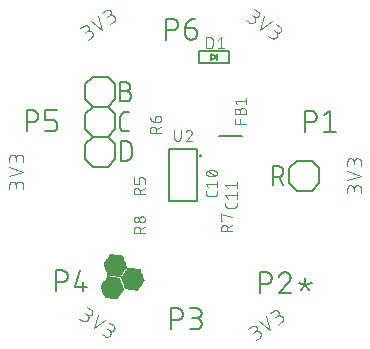
<source format=gbr>
G04 EAGLE Gerber RS-274X export*
G75*
%MOMM*%
%FSLAX34Y34*%
%LPD*%
%INSilkscreen Top*%
%IPPOS*%
%AMOC8*
5,1,8,0,0,1.08239X$1,22.5*%
G01*
%ADD10C,0.152400*%
%ADD11R,0.014731X0.014731*%
%ADD12R,0.147319X0.014731*%
%ADD13R,0.265175X0.014731*%
%ADD14R,0.383031X0.014731*%
%ADD15R,0.515619X0.014731*%
%ADD16R,0.633475X0.014731*%
%ADD17R,0.751331X0.014731*%
%ADD18R,0.883919X0.014731*%
%ADD19R,1.001775X0.014731*%
%ADD20R,1.119631X0.014731*%
%ADD21R,1.134363X0.014731*%
%ADD22R,1.149094X0.014731*%
%ADD23R,1.163825X0.014731*%
%ADD24R,1.178556X0.014731*%
%ADD25R,1.193288X0.014731*%
%ADD26R,1.222756X0.014731*%
%ADD27R,1.237488X0.014731*%
%ADD28R,1.266950X0.014731*%
%ADD29R,1.281681X0.014731*%
%ADD30R,1.311144X0.014731*%
%ADD31R,1.325881X0.014731*%
%ADD32R,1.355344X0.014731*%
%ADD33R,1.370075X0.014731*%
%ADD34R,1.384806X0.014731*%
%ADD35R,1.399538X0.014731*%
%ADD36R,1.414275X0.014731*%
%ADD37R,1.443738X0.014731*%
%ADD38R,1.458469X0.014731*%
%ADD39R,1.487931X0.014731*%
%ADD40R,1.502663X0.014731*%
%ADD41R,1.517394X0.014731*%
%ADD42R,1.532125X0.014731*%
%ADD43R,1.546856X0.014731*%
%ADD44R,1.576319X0.014731*%
%ADD45R,1.605788X0.014731*%
%ADD46R,1.620519X0.014731*%
%ADD47R,1.649981X0.014731*%
%ADD48R,1.664713X0.014731*%
%ADD49R,1.694175X0.014731*%
%ADD50R,1.708913X0.014731*%
%ADD51R,1.738375X0.014731*%
%ADD52R,1.753106X0.014731*%
%ADD53R,1.767838X0.014731*%
%ADD54R,1.782569X0.014731*%
%ADD55R,1.797306X0.014731*%
%ADD56R,0.117856X0.014731*%
%ADD57R,1.826769X0.014731*%
%ADD58R,0.235713X0.014731*%
%ADD59R,0.353569X0.014731*%
%ADD60R,1.856231X0.014731*%
%ADD61R,0.486156X0.014731*%
%ADD62R,1.870963X0.014731*%
%ADD63R,0.604013X0.014731*%
%ADD64R,0.721869X0.014731*%
%ADD65R,1.885694X0.014731*%
%ADD66R,0.839719X0.014731*%
%ADD67R,0.972306X0.014731*%
%ADD68R,1.090169X0.014731*%
%ADD69R,1.208025X0.014731*%
%ADD70R,1.252219X0.014731*%
%ADD71R,1.296412X0.014731*%
%ADD72R,1.340612X0.014731*%
%ADD73R,1.826763X0.014731*%
%ADD74R,1.414269X0.014731*%
%ADD75R,1.812031X0.014731*%
%ADD76R,1.429000X0.014731*%
%ADD77R,1.458462X0.014731*%
%ADD78R,1.473200X0.014731*%
%ADD79R,1.723644X0.014731*%
%ADD80R,1.694181X0.014731*%
%ADD81R,1.679450X0.014731*%
%ADD82R,1.561594X0.014731*%
%ADD83R,1.576325X0.014731*%
%ADD84R,1.591056X0.014731*%
%ADD85R,1.635250X0.014731*%
%ADD86R,1.561588X0.014731*%
%ADD87R,1.443731X0.014731*%
%ADD88R,1.797300X0.014731*%
%ADD89R,1.841500X0.014731*%
%ADD90R,1.311150X0.014731*%
%ADD91R,1.296419X0.014731*%
%ADD92R,1.193294X0.014731*%
%ADD93R,0.957575X0.014731*%
%ADD94R,0.589281X0.014731*%
%ADD95R,0.471425X0.014731*%
%ADD96R,0.220975X0.014731*%
%ADD97R,1.812038X0.014731*%
%ADD98R,0.103119X0.014731*%
%ADD99R,0.029463X0.014731*%
%ADD100R,0.162050X0.014731*%
%ADD101R,0.397763X0.014731*%
%ADD102R,0.648206X0.014731*%
%ADD103R,1.679444X0.014731*%
%ADD104R,1.016506X0.014731*%
%ADD105R,1.104900X0.014731*%
%ADD106R,1.222750X0.014731*%
%ADD107R,1.429006X0.014731*%
%ADD108R,1.208019X0.014731*%
%ADD109R,0.987044X0.014731*%
%ADD110R,0.854456X0.014731*%
%ADD111R,0.618744X0.014731*%
%ADD112R,0.500888X0.014731*%
%ADD113R,0.368300X0.014731*%
%ADD114R,0.132587X0.014731*%
%ADD115R,1.664719X0.014731*%
%ADD116R,1.075438X0.014731*%
%ADD117R,0.942844X0.014731*%
%ADD118R,0.707131X0.014731*%
%ADD119R,0.456694X0.014731*%
%ADD120R,0.088388X0.014731*%
%ADD121C,0.101600*%
%ADD122C,0.076200*%
%ADD123C,0.127000*%
%ADD124C,0.177800*%
%ADD125C,0.150000*%


D10*
X769509Y617012D02*
X774024Y617012D01*
X774157Y617010D01*
X774289Y617004D01*
X774421Y616994D01*
X774553Y616981D01*
X774685Y616963D01*
X774815Y616942D01*
X774946Y616917D01*
X775075Y616888D01*
X775203Y616855D01*
X775331Y616819D01*
X775457Y616779D01*
X775582Y616735D01*
X775706Y616687D01*
X775828Y616636D01*
X775949Y616581D01*
X776068Y616523D01*
X776186Y616461D01*
X776301Y616396D01*
X776415Y616327D01*
X776526Y616256D01*
X776635Y616180D01*
X776742Y616102D01*
X776847Y616021D01*
X776949Y615936D01*
X777049Y615849D01*
X777146Y615759D01*
X777241Y615666D01*
X777332Y615570D01*
X777421Y615472D01*
X777507Y615371D01*
X777590Y615267D01*
X777670Y615161D01*
X777746Y615053D01*
X777820Y614943D01*
X777890Y614830D01*
X777957Y614716D01*
X778020Y614599D01*
X778080Y614481D01*
X778137Y614361D01*
X778190Y614239D01*
X778239Y614116D01*
X778285Y613992D01*
X778327Y613866D01*
X778365Y613739D01*
X778400Y613611D01*
X778431Y613482D01*
X778458Y613353D01*
X778481Y613222D01*
X778501Y613091D01*
X778516Y612959D01*
X778528Y612827D01*
X778536Y612695D01*
X778540Y612562D01*
X778540Y612430D01*
X778536Y612297D01*
X778528Y612165D01*
X778516Y612033D01*
X778501Y611901D01*
X778481Y611770D01*
X778458Y611639D01*
X778431Y611510D01*
X778400Y611381D01*
X778365Y611253D01*
X778327Y611126D01*
X778285Y611000D01*
X778239Y610876D01*
X778190Y610753D01*
X778137Y610631D01*
X778080Y610511D01*
X778020Y610393D01*
X777957Y610276D01*
X777890Y610162D01*
X777820Y610049D01*
X777746Y609939D01*
X777670Y609831D01*
X777590Y609725D01*
X777507Y609621D01*
X777421Y609520D01*
X777332Y609422D01*
X777241Y609326D01*
X777146Y609233D01*
X777049Y609143D01*
X776949Y609056D01*
X776847Y608971D01*
X776742Y608890D01*
X776635Y608812D01*
X776526Y608736D01*
X776415Y608665D01*
X776301Y608596D01*
X776186Y608531D01*
X776068Y608469D01*
X775949Y608411D01*
X775828Y608356D01*
X775706Y608305D01*
X775582Y608257D01*
X775457Y608213D01*
X775331Y608173D01*
X775203Y608137D01*
X775075Y608104D01*
X774946Y608075D01*
X774815Y608050D01*
X774685Y608029D01*
X774553Y608011D01*
X774421Y607998D01*
X774289Y607988D01*
X774157Y607982D01*
X774024Y607980D01*
X774024Y607981D02*
X769509Y607981D01*
X769509Y624237D01*
X774024Y624237D01*
X774024Y624236D02*
X774143Y624234D01*
X774263Y624228D01*
X774382Y624218D01*
X774500Y624204D01*
X774619Y624187D01*
X774736Y624165D01*
X774853Y624140D01*
X774968Y624110D01*
X775083Y624077D01*
X775197Y624040D01*
X775309Y624000D01*
X775420Y623955D01*
X775529Y623907D01*
X775637Y623856D01*
X775743Y623801D01*
X775847Y623742D01*
X775949Y623680D01*
X776049Y623615D01*
X776147Y623546D01*
X776243Y623474D01*
X776336Y623399D01*
X776426Y623322D01*
X776514Y623241D01*
X776599Y623157D01*
X776681Y623070D01*
X776761Y622981D01*
X776837Y622889D01*
X776911Y622795D01*
X776981Y622698D01*
X777048Y622600D01*
X777112Y622499D01*
X777172Y622395D01*
X777229Y622290D01*
X777282Y622183D01*
X777332Y622075D01*
X777378Y621965D01*
X777420Y621853D01*
X777459Y621740D01*
X777494Y621626D01*
X777525Y621511D01*
X777553Y621394D01*
X777576Y621277D01*
X777596Y621160D01*
X777612Y621041D01*
X777624Y620922D01*
X777632Y620803D01*
X777636Y620684D01*
X777636Y620564D01*
X777632Y620445D01*
X777624Y620326D01*
X777612Y620207D01*
X777596Y620088D01*
X777576Y619971D01*
X777553Y619854D01*
X777525Y619737D01*
X777494Y619622D01*
X777459Y619508D01*
X777420Y619395D01*
X777378Y619283D01*
X777332Y619173D01*
X777282Y619065D01*
X777229Y618958D01*
X777172Y618853D01*
X777112Y618749D01*
X777048Y618648D01*
X776981Y618550D01*
X776911Y618453D01*
X776837Y618359D01*
X776761Y618267D01*
X776681Y618178D01*
X776599Y618091D01*
X776514Y618007D01*
X776426Y617926D01*
X776336Y617849D01*
X776243Y617774D01*
X776147Y617702D01*
X776049Y617633D01*
X775949Y617568D01*
X775847Y617506D01*
X775743Y617447D01*
X775637Y617392D01*
X775529Y617341D01*
X775420Y617293D01*
X775309Y617248D01*
X775197Y617208D01*
X775083Y617171D01*
X774968Y617138D01*
X774853Y617108D01*
X774736Y617083D01*
X774619Y617061D01*
X774500Y617044D01*
X774382Y617030D01*
X774263Y617020D01*
X774143Y617014D01*
X774024Y617012D01*
X773121Y582581D02*
X776734Y582581D01*
X773121Y582581D02*
X773003Y582583D01*
X772885Y582589D01*
X772767Y582598D01*
X772650Y582612D01*
X772533Y582629D01*
X772416Y582650D01*
X772301Y582675D01*
X772186Y582704D01*
X772072Y582737D01*
X771960Y582773D01*
X771849Y582813D01*
X771739Y582856D01*
X771630Y582903D01*
X771523Y582953D01*
X771418Y583008D01*
X771315Y583065D01*
X771214Y583126D01*
X771114Y583190D01*
X771017Y583257D01*
X770922Y583327D01*
X770830Y583401D01*
X770739Y583477D01*
X770652Y583557D01*
X770567Y583639D01*
X770485Y583724D01*
X770405Y583811D01*
X770329Y583902D01*
X770255Y583994D01*
X770185Y584089D01*
X770118Y584186D01*
X770054Y584286D01*
X769993Y584387D01*
X769936Y584490D01*
X769881Y584595D01*
X769831Y584702D01*
X769784Y584811D01*
X769741Y584921D01*
X769701Y585032D01*
X769665Y585144D01*
X769632Y585258D01*
X769603Y585373D01*
X769578Y585488D01*
X769557Y585605D01*
X769540Y585722D01*
X769526Y585839D01*
X769517Y585957D01*
X769511Y586075D01*
X769509Y586193D01*
X769509Y595224D01*
X769511Y595342D01*
X769517Y595460D01*
X769526Y595578D01*
X769540Y595695D01*
X769557Y595812D01*
X769578Y595929D01*
X769603Y596044D01*
X769632Y596159D01*
X769665Y596273D01*
X769701Y596385D01*
X769741Y596496D01*
X769784Y596606D01*
X769831Y596715D01*
X769881Y596822D01*
X769935Y596927D01*
X769993Y597030D01*
X770054Y597131D01*
X770118Y597231D01*
X770185Y597328D01*
X770255Y597423D01*
X770329Y597515D01*
X770405Y597606D01*
X770485Y597693D01*
X770567Y597778D01*
X770652Y597860D01*
X770739Y597940D01*
X770830Y598016D01*
X770922Y598090D01*
X771017Y598160D01*
X771114Y598227D01*
X771214Y598291D01*
X771315Y598352D01*
X771418Y598409D01*
X771523Y598463D01*
X771630Y598514D01*
X771739Y598561D01*
X771849Y598604D01*
X771960Y598644D01*
X772072Y598680D01*
X772186Y598713D01*
X772301Y598742D01*
X772416Y598767D01*
X772533Y598788D01*
X772650Y598805D01*
X772767Y598819D01*
X772885Y598828D01*
X773003Y598834D01*
X773121Y598836D01*
X773121Y598837D02*
X776734Y598837D01*
X769906Y574231D02*
X769906Y557975D01*
X769906Y574231D02*
X774421Y574231D01*
X774552Y574229D01*
X774684Y574223D01*
X774815Y574214D01*
X774945Y574200D01*
X775076Y574183D01*
X775205Y574162D01*
X775334Y574138D01*
X775462Y574109D01*
X775590Y574077D01*
X775716Y574041D01*
X775841Y574002D01*
X775966Y573959D01*
X776088Y573912D01*
X776210Y573862D01*
X776330Y573808D01*
X776448Y573751D01*
X776564Y573690D01*
X776679Y573626D01*
X776792Y573559D01*
X776903Y573488D01*
X777011Y573414D01*
X777118Y573337D01*
X777222Y573257D01*
X777324Y573174D01*
X777423Y573089D01*
X777520Y573000D01*
X777614Y572908D01*
X777706Y572814D01*
X777795Y572717D01*
X777880Y572618D01*
X777963Y572516D01*
X778043Y572412D01*
X778120Y572305D01*
X778194Y572197D01*
X778265Y572086D01*
X778332Y571973D01*
X778396Y571858D01*
X778457Y571742D01*
X778514Y571624D01*
X778568Y571504D01*
X778618Y571382D01*
X778665Y571260D01*
X778708Y571135D01*
X778747Y571010D01*
X778783Y570884D01*
X778815Y570756D01*
X778844Y570628D01*
X778868Y570499D01*
X778889Y570370D01*
X778906Y570239D01*
X778920Y570109D01*
X778929Y569978D01*
X778935Y569846D01*
X778937Y569715D01*
X778937Y562490D01*
X778935Y562359D01*
X778929Y562227D01*
X778920Y562096D01*
X778906Y561966D01*
X778889Y561835D01*
X778868Y561706D01*
X778844Y561577D01*
X778815Y561449D01*
X778783Y561321D01*
X778747Y561195D01*
X778708Y561070D01*
X778665Y560945D01*
X778618Y560823D01*
X778568Y560701D01*
X778514Y560581D01*
X778457Y560463D01*
X778396Y560347D01*
X778332Y560232D01*
X778265Y560119D01*
X778194Y560008D01*
X778120Y559900D01*
X778043Y559793D01*
X777963Y559689D01*
X777880Y559587D01*
X777795Y559488D01*
X777706Y559391D01*
X777614Y559297D01*
X777520Y559205D01*
X777423Y559116D01*
X777324Y559031D01*
X777222Y558948D01*
X777118Y558868D01*
X777011Y558791D01*
X776903Y558717D01*
X776792Y558646D01*
X776679Y558579D01*
X776564Y558515D01*
X776448Y558454D01*
X776330Y558397D01*
X776210Y558343D01*
X776088Y558293D01*
X775966Y558246D01*
X775841Y558203D01*
X775716Y558164D01*
X775590Y558128D01*
X775462Y558096D01*
X775334Y558067D01*
X775205Y558043D01*
X775075Y558022D01*
X774945Y558005D01*
X774815Y557991D01*
X774684Y557982D01*
X774552Y557976D01*
X774421Y557974D01*
X774421Y557975D02*
X769906Y557975D01*
D11*
X766539Y440423D03*
D12*
X766023Y440571D03*
D13*
X765434Y440718D03*
D14*
X764992Y440865D03*
D15*
X764477Y441013D03*
D16*
X764035Y441160D03*
D17*
X763445Y441307D03*
D18*
X762930Y441455D03*
D19*
X762488Y441602D03*
D20*
X762046Y441749D03*
D21*
X761972Y441897D03*
D22*
X762046Y442044D03*
D23*
X762119Y442191D03*
D24*
X762046Y442338D03*
D25*
X762119Y442486D03*
D26*
X762119Y442633D03*
D27*
X762193Y442780D03*
X762193Y442928D03*
D28*
X762193Y443075D03*
D29*
X762267Y443222D03*
D30*
X762267Y443370D03*
X762267Y443517D03*
D31*
X762340Y443664D03*
D32*
X762340Y443812D03*
D33*
X762414Y443959D03*
D34*
X762340Y444106D03*
D35*
X762414Y444254D03*
D36*
X762488Y444401D03*
D37*
X762488Y444548D03*
X762488Y444696D03*
D38*
X762561Y444843D03*
D39*
X762561Y444990D03*
D40*
X762635Y445138D03*
D41*
X762561Y445285D03*
D42*
X762635Y445432D03*
D43*
X762709Y445580D03*
D44*
X762709Y445727D03*
X762709Y445874D03*
D45*
X762709Y446021D03*
D46*
X762782Y446169D03*
X762782Y446316D03*
D47*
X762782Y446463D03*
D48*
X762856Y446611D03*
D49*
X762856Y446758D03*
X762856Y446905D03*
D50*
X762930Y447053D03*
D51*
X762930Y447200D03*
D52*
X763003Y447347D03*
D53*
X762930Y447495D03*
D54*
X763003Y447642D03*
D55*
X763077Y447789D03*
D56*
X783554Y447789D03*
D57*
X763077Y447937D03*
D58*
X782965Y447937D03*
D57*
X763077Y448084D03*
D59*
X782523Y448084D03*
D60*
X763077Y448231D03*
D61*
X782008Y448231D03*
D62*
X763151Y448379D03*
D63*
X781566Y448379D03*
D62*
X763151Y448526D03*
D64*
X780976Y448526D03*
D65*
X763077Y448673D03*
D66*
X780534Y448673D03*
D65*
X763077Y448821D03*
D67*
X780019Y448821D03*
D62*
X763003Y448968D03*
D68*
X779577Y448968D03*
D65*
X762930Y449115D03*
D20*
X779429Y449115D03*
D65*
X762930Y449263D03*
D22*
X779429Y449263D03*
D65*
X762782Y449410D03*
D23*
X779503Y449410D03*
D65*
X762782Y449557D03*
D24*
X779577Y449557D03*
D62*
X762709Y449704D03*
D25*
X779503Y449704D03*
D65*
X762635Y449852D03*
D69*
X779577Y449852D03*
D65*
X762635Y449999D03*
D27*
X779577Y449999D03*
D65*
X762488Y450146D03*
D70*
X779650Y450146D03*
D65*
X762488Y450294D03*
D70*
X779650Y450294D03*
D62*
X762414Y450441D03*
D29*
X779650Y450441D03*
D65*
X762340Y450588D03*
D71*
X779724Y450588D03*
D65*
X762340Y450736D03*
D31*
X779724Y450736D03*
D65*
X762193Y450883D03*
D31*
X779724Y450883D03*
D65*
X762193Y451030D03*
D72*
X779798Y451030D03*
D62*
X762119Y451178D03*
D33*
X779798Y451178D03*
D60*
X762193Y451325D03*
D34*
X779871Y451325D03*
D60*
X762193Y451472D03*
D35*
X779798Y451472D03*
D73*
X762193Y451620D03*
D74*
X779871Y451620D03*
D75*
X762267Y451767D03*
D76*
X779945Y451767D03*
D54*
X762267Y451914D03*
D77*
X779945Y451914D03*
D54*
X762267Y452062D03*
D77*
X779945Y452062D03*
D53*
X762340Y452209D03*
D78*
X780019Y452209D03*
D51*
X762340Y452356D03*
D40*
X780019Y452356D03*
D79*
X762414Y452504D03*
D40*
X780019Y452504D03*
D50*
X762340Y452651D03*
D42*
X780019Y452651D03*
D80*
X762414Y452798D03*
D43*
X780092Y452798D03*
D81*
X762488Y452946D03*
D82*
X780166Y452946D03*
D47*
X762488Y453093D03*
D83*
X780092Y453093D03*
D47*
X762488Y453240D03*
D84*
X780166Y453240D03*
D85*
X762561Y453387D03*
D46*
X780166Y453387D03*
D45*
X762561Y453535D03*
D85*
X780240Y453535D03*
D45*
X762561Y453682D03*
D85*
X780240Y453682D03*
D83*
X762561Y453829D03*
D48*
X780240Y453829D03*
D86*
X762635Y453977D03*
D81*
X780313Y453977D03*
D43*
X762709Y454124D03*
D50*
X780313Y454124D03*
D42*
X762635Y454271D03*
D50*
X780313Y454271D03*
D41*
X762709Y454419D03*
D79*
X780387Y454419D03*
D39*
X762709Y454566D03*
D52*
X780387Y454566D03*
D78*
X762782Y454713D03*
D53*
X780461Y454713D03*
D78*
X762782Y454861D03*
D54*
X780387Y454861D03*
D87*
X762782Y455008D03*
D88*
X780461Y455008D03*
D76*
X762856Y455155D03*
D75*
X780534Y455155D03*
D35*
X762856Y455303D03*
D89*
X780534Y455303D03*
D35*
X762856Y455450D03*
D89*
X780534Y455450D03*
D34*
X762930Y455597D03*
D62*
X780534Y455597D03*
D32*
X762930Y455745D03*
D65*
X780608Y455745D03*
D72*
X763003Y455892D03*
D62*
X780534Y455892D03*
D31*
X762930Y456039D03*
D65*
X780461Y456039D03*
D90*
X763003Y456187D03*
D65*
X780461Y456187D03*
D91*
X763077Y456334D03*
D62*
X780387Y456334D03*
D28*
X763077Y456481D03*
D65*
X780313Y456481D03*
D28*
X763077Y456629D03*
D65*
X780313Y456629D03*
D70*
X763151Y456776D03*
D65*
X780166Y456776D03*
D26*
X763151Y456923D03*
D65*
X780166Y456923D03*
D69*
X763224Y457070D03*
D62*
X780092Y457070D03*
D92*
X763151Y457218D03*
D65*
X780019Y457218D03*
D24*
X763224Y457365D03*
D65*
X780019Y457365D03*
D23*
X763298Y457512D03*
D65*
X779871Y457512D03*
D22*
X763224Y457660D03*
D65*
X779871Y457660D03*
D21*
X763298Y457807D03*
D62*
X779798Y457807D03*
D68*
X763224Y457954D03*
D65*
X779724Y457954D03*
D93*
X762709Y458102D03*
D65*
X779724Y458102D03*
D66*
X762119Y458249D03*
D65*
X779577Y458249D03*
D64*
X761677Y458396D03*
D65*
X779577Y458396D03*
D94*
X761162Y458544D03*
D60*
X779577Y458544D03*
D95*
X760720Y458691D03*
D89*
X779650Y458691D03*
D59*
X760131Y458838D03*
D89*
X779650Y458838D03*
D96*
X759615Y458986D03*
D97*
X779650Y458986D03*
D98*
X759173Y459133D03*
D55*
X779724Y459133D03*
D99*
X768970Y459280D03*
D54*
X779650Y459280D03*
D100*
X768454Y459428D03*
D53*
X779724Y459428D03*
D13*
X767939Y459575D03*
D52*
X779798Y459575D03*
D101*
X767423Y459722D03*
D79*
X779798Y459722D03*
D15*
X766981Y459870D03*
D79*
X779798Y459870D03*
D102*
X766465Y460017D03*
D80*
X779798Y460017D03*
D17*
X765950Y460164D03*
D103*
X779871Y460164D03*
D18*
X765434Y460312D03*
D48*
X779945Y460312D03*
D104*
X764918Y460459D03*
D47*
X779871Y460459D03*
D105*
X764477Y460606D03*
D85*
X779945Y460606D03*
D21*
X764477Y460753D03*
D46*
X780019Y460753D03*
D22*
X764550Y460901D03*
D84*
X780019Y460901D03*
D23*
X764624Y461048D03*
D84*
X780019Y461048D03*
D24*
X764550Y461195D03*
D86*
X780019Y461195D03*
D25*
X764624Y461343D03*
D43*
X780092Y461343D03*
D106*
X764624Y461490D03*
D42*
X780166Y461490D03*
D27*
X764698Y461637D03*
D41*
X780092Y461637D03*
D27*
X764698Y461785D03*
D40*
X780166Y461785D03*
D28*
X764697Y461932D03*
D78*
X780166Y461932D03*
D29*
X764771Y462079D03*
D38*
X780240Y462079D03*
D30*
X764771Y462227D03*
D38*
X780240Y462227D03*
D30*
X764771Y462374D03*
D107*
X780240Y462374D03*
D31*
X764845Y462521D03*
D74*
X780313Y462521D03*
D32*
X764845Y462669D03*
D34*
X780313Y462669D03*
D33*
X764918Y462816D03*
D34*
X780313Y462816D03*
X764845Y462963D03*
D33*
X780387Y462963D03*
D35*
X764918Y463111D03*
D72*
X780387Y463111D03*
D74*
X764992Y463258D03*
D72*
X780387Y463258D03*
D37*
X764992Y463405D03*
D90*
X780387Y463405D03*
D37*
X764992Y463553D03*
D71*
X780461Y463553D03*
D78*
X764992Y463700D03*
D29*
X780534Y463700D03*
D39*
X765066Y463847D03*
D28*
X780461Y463847D03*
D40*
X765139Y463995D03*
D70*
X780534Y463995D03*
D41*
X765066Y464142D03*
D26*
X780534Y464142D03*
D42*
X765139Y464289D03*
D108*
X780608Y464289D03*
D86*
X765139Y464436D03*
D108*
X780608Y464436D03*
D44*
X765213Y464584D03*
D24*
X780608Y464584D03*
D44*
X765213Y464731D03*
D23*
X780682Y464731D03*
D45*
X765213Y464878D03*
D22*
X780755Y464878D03*
D46*
X765287Y465026D03*
D21*
X780682Y465026D03*
D46*
X765287Y465173D03*
D105*
X780682Y465173D03*
D47*
X765287Y465320D03*
D109*
X780240Y465320D03*
D48*
X765360Y465468D03*
D110*
X779724Y465468D03*
D49*
X765360Y465615D03*
D17*
X779209Y465615D03*
D49*
X765360Y465762D03*
D111*
X778693Y465762D03*
D50*
X765434Y465910D03*
D112*
X778251Y465910D03*
D51*
X765434Y466057D03*
D113*
X777735Y466057D03*
D52*
X765508Y466204D03*
D13*
X777220Y466204D03*
D53*
X765434Y466352D03*
D114*
X776704Y466352D03*
D54*
X765508Y466499D03*
D11*
X776262Y466499D03*
D55*
X765581Y466646D03*
D57*
X765581Y466794D03*
X765581Y466941D03*
D60*
X765581Y467088D03*
D62*
X765655Y467236D03*
X765655Y467383D03*
D65*
X765581Y467530D03*
X765581Y467678D03*
X765434Y467825D03*
X765434Y467972D03*
D62*
X765360Y468119D03*
D65*
X765287Y468267D03*
X765287Y468414D03*
X765139Y468561D03*
X765139Y468709D03*
D62*
X765066Y468856D03*
D65*
X764992Y469003D03*
X764992Y469151D03*
D62*
X764918Y469298D03*
D65*
X764845Y469445D03*
X764845Y469593D03*
X764697Y469740D03*
X764697Y469887D03*
D62*
X764624Y470035D03*
D60*
X764697Y470182D03*
X764697Y470329D03*
D73*
X764697Y470477D03*
D75*
X764771Y470624D03*
D54*
X764771Y470771D03*
X764771Y470919D03*
D53*
X764845Y471066D03*
D51*
X764845Y471213D03*
D79*
X764918Y471361D03*
D50*
X764845Y471508D03*
D80*
X764918Y471655D03*
D81*
X764992Y471802D03*
D115*
X764918Y471950D03*
D47*
X764992Y472097D03*
D46*
X764992Y472244D03*
D45*
X765066Y472392D03*
X765066Y472539D03*
D83*
X765066Y472686D03*
D86*
X765139Y472834D03*
D42*
X765139Y472981D03*
X765139Y473128D03*
D41*
X765213Y473276D03*
D39*
X765213Y473423D03*
D78*
X765287Y473570D03*
X765287Y473718D03*
D87*
X765287Y473865D03*
D76*
X765360Y474012D03*
D35*
X765360Y474160D03*
X765360Y474307D03*
D34*
X765434Y474454D03*
D32*
X765434Y474602D03*
D72*
X765508Y474749D03*
D31*
X765434Y474896D03*
D90*
X765508Y475044D03*
D91*
X765581Y475191D03*
D28*
X765581Y475338D03*
X765581Y475485D03*
D27*
X765581Y475633D03*
D26*
X765655Y475780D03*
D69*
X765729Y475927D03*
D92*
X765655Y476075D03*
D24*
X765729Y476222D03*
D22*
X765729Y476369D03*
X765729Y476517D03*
D21*
X765802Y476664D03*
D116*
X765655Y476811D03*
D117*
X765139Y476959D03*
D66*
X764624Y477106D03*
D118*
X764108Y477253D03*
D94*
X763666Y477401D03*
D119*
X763151Y477548D03*
D59*
X762635Y477695D03*
D96*
X762119Y477843D03*
D120*
X761604Y477990D03*
D121*
X687220Y533693D02*
X687220Y536938D01*
X687218Y537051D01*
X687212Y537164D01*
X687202Y537277D01*
X687188Y537390D01*
X687171Y537502D01*
X687149Y537613D01*
X687124Y537723D01*
X687094Y537833D01*
X687061Y537941D01*
X687024Y538048D01*
X686984Y538154D01*
X686939Y538258D01*
X686891Y538361D01*
X686840Y538462D01*
X686785Y538561D01*
X686727Y538658D01*
X686665Y538753D01*
X686600Y538846D01*
X686532Y538936D01*
X686461Y539024D01*
X686386Y539110D01*
X686309Y539193D01*
X686229Y539273D01*
X686146Y539350D01*
X686060Y539425D01*
X685972Y539496D01*
X685882Y539564D01*
X685789Y539629D01*
X685694Y539691D01*
X685597Y539749D01*
X685498Y539804D01*
X685397Y539855D01*
X685294Y539903D01*
X685190Y539948D01*
X685084Y539988D01*
X684977Y540025D01*
X684869Y540058D01*
X684759Y540088D01*
X684649Y540113D01*
X684538Y540135D01*
X684426Y540152D01*
X684313Y540166D01*
X684200Y540176D01*
X684087Y540182D01*
X683974Y540184D01*
X683861Y540182D01*
X683748Y540176D01*
X683635Y540166D01*
X683522Y540152D01*
X683410Y540135D01*
X683299Y540113D01*
X683189Y540088D01*
X683079Y540058D01*
X682971Y540025D01*
X682864Y539988D01*
X682758Y539948D01*
X682654Y539903D01*
X682551Y539855D01*
X682450Y539804D01*
X682351Y539749D01*
X682254Y539691D01*
X682159Y539629D01*
X682066Y539564D01*
X681976Y539496D01*
X681888Y539425D01*
X681802Y539350D01*
X681719Y539273D01*
X681639Y539193D01*
X681562Y539110D01*
X681487Y539024D01*
X681416Y538936D01*
X681348Y538846D01*
X681283Y538753D01*
X681221Y538658D01*
X681163Y538561D01*
X681108Y538462D01*
X681057Y538361D01*
X681009Y538258D01*
X680964Y538154D01*
X680924Y538048D01*
X680887Y537941D01*
X680854Y537833D01*
X680824Y537723D01*
X680799Y537613D01*
X680777Y537502D01*
X680760Y537390D01*
X680746Y537277D01*
X680736Y537164D01*
X680730Y537051D01*
X680728Y536938D01*
X675536Y537587D02*
X675536Y533693D01*
X675536Y537587D02*
X675538Y537688D01*
X675544Y537788D01*
X675554Y537888D01*
X675567Y537988D01*
X675585Y538087D01*
X675606Y538186D01*
X675631Y538283D01*
X675660Y538380D01*
X675693Y538475D01*
X675729Y538569D01*
X675769Y538661D01*
X675812Y538752D01*
X675859Y538841D01*
X675909Y538928D01*
X675963Y539014D01*
X676020Y539097D01*
X676080Y539177D01*
X676143Y539256D01*
X676210Y539332D01*
X676279Y539405D01*
X676351Y539475D01*
X676425Y539543D01*
X676502Y539608D01*
X676582Y539669D01*
X676664Y539728D01*
X676748Y539783D01*
X676834Y539835D01*
X676922Y539884D01*
X677012Y539929D01*
X677104Y539971D01*
X677197Y540009D01*
X677292Y540043D01*
X677387Y540074D01*
X677484Y540101D01*
X677582Y540124D01*
X677681Y540144D01*
X677781Y540159D01*
X677881Y540171D01*
X677981Y540179D01*
X678082Y540183D01*
X678182Y540183D01*
X678283Y540179D01*
X678383Y540171D01*
X678483Y540159D01*
X678583Y540144D01*
X678682Y540124D01*
X678780Y540101D01*
X678877Y540074D01*
X678972Y540043D01*
X679067Y540009D01*
X679160Y539971D01*
X679252Y539929D01*
X679342Y539884D01*
X679430Y539835D01*
X679516Y539783D01*
X679600Y539728D01*
X679682Y539669D01*
X679762Y539608D01*
X679839Y539543D01*
X679913Y539475D01*
X679985Y539405D01*
X680054Y539332D01*
X680121Y539256D01*
X680184Y539177D01*
X680244Y539097D01*
X680301Y539014D01*
X680355Y538928D01*
X680405Y538841D01*
X680452Y538752D01*
X680495Y538661D01*
X680535Y538569D01*
X680571Y538475D01*
X680604Y538380D01*
X680633Y538283D01*
X680658Y538186D01*
X680679Y538087D01*
X680697Y537988D01*
X680710Y537888D01*
X680720Y537788D01*
X680726Y537688D01*
X680728Y537587D01*
X680728Y534991D01*
X675536Y544473D02*
X687220Y548368D01*
X675536Y552263D01*
X687220Y556553D02*
X687220Y559798D01*
X687218Y559911D01*
X687212Y560024D01*
X687202Y560137D01*
X687188Y560250D01*
X687171Y560362D01*
X687149Y560473D01*
X687124Y560583D01*
X687094Y560693D01*
X687061Y560801D01*
X687024Y560908D01*
X686984Y561014D01*
X686939Y561118D01*
X686891Y561221D01*
X686840Y561322D01*
X686785Y561421D01*
X686727Y561518D01*
X686665Y561613D01*
X686600Y561706D01*
X686532Y561796D01*
X686461Y561884D01*
X686386Y561970D01*
X686309Y562053D01*
X686229Y562133D01*
X686146Y562210D01*
X686060Y562285D01*
X685972Y562356D01*
X685882Y562424D01*
X685789Y562489D01*
X685694Y562551D01*
X685597Y562609D01*
X685498Y562664D01*
X685397Y562715D01*
X685294Y562763D01*
X685190Y562808D01*
X685084Y562848D01*
X684977Y562885D01*
X684869Y562918D01*
X684759Y562948D01*
X684649Y562973D01*
X684538Y562995D01*
X684426Y563012D01*
X684313Y563026D01*
X684200Y563036D01*
X684087Y563042D01*
X683974Y563044D01*
X683861Y563042D01*
X683748Y563036D01*
X683635Y563026D01*
X683522Y563012D01*
X683410Y562995D01*
X683299Y562973D01*
X683189Y562948D01*
X683079Y562918D01*
X682971Y562885D01*
X682864Y562848D01*
X682758Y562808D01*
X682654Y562763D01*
X682551Y562715D01*
X682450Y562664D01*
X682351Y562609D01*
X682254Y562551D01*
X682159Y562489D01*
X682066Y562424D01*
X681976Y562356D01*
X681888Y562285D01*
X681802Y562210D01*
X681719Y562133D01*
X681639Y562053D01*
X681562Y561970D01*
X681487Y561884D01*
X681416Y561796D01*
X681348Y561706D01*
X681283Y561613D01*
X681221Y561518D01*
X681163Y561421D01*
X681108Y561322D01*
X681057Y561221D01*
X681009Y561118D01*
X680964Y561014D01*
X680924Y560908D01*
X680887Y560801D01*
X680854Y560693D01*
X680824Y560583D01*
X680799Y560473D01*
X680777Y560362D01*
X680760Y560250D01*
X680746Y560137D01*
X680736Y560024D01*
X680730Y559911D01*
X680728Y559798D01*
X675536Y560447D02*
X675536Y556553D01*
X675536Y560447D02*
X675538Y560548D01*
X675544Y560648D01*
X675554Y560748D01*
X675567Y560848D01*
X675585Y560947D01*
X675606Y561046D01*
X675631Y561143D01*
X675660Y561240D01*
X675693Y561335D01*
X675729Y561429D01*
X675769Y561521D01*
X675812Y561612D01*
X675859Y561701D01*
X675909Y561788D01*
X675963Y561874D01*
X676020Y561957D01*
X676080Y562037D01*
X676143Y562116D01*
X676210Y562192D01*
X676279Y562265D01*
X676351Y562335D01*
X676425Y562403D01*
X676502Y562468D01*
X676582Y562529D01*
X676664Y562588D01*
X676748Y562643D01*
X676834Y562695D01*
X676922Y562744D01*
X677012Y562789D01*
X677104Y562831D01*
X677197Y562869D01*
X677292Y562903D01*
X677387Y562934D01*
X677484Y562961D01*
X677582Y562984D01*
X677681Y563004D01*
X677781Y563019D01*
X677881Y563031D01*
X677981Y563039D01*
X678082Y563043D01*
X678182Y563043D01*
X678283Y563039D01*
X678383Y563031D01*
X678483Y563019D01*
X678583Y563004D01*
X678682Y562984D01*
X678780Y562961D01*
X678877Y562934D01*
X678972Y562903D01*
X679067Y562869D01*
X679160Y562831D01*
X679252Y562789D01*
X679342Y562744D01*
X679430Y562695D01*
X679516Y562643D01*
X679600Y562588D01*
X679682Y562529D01*
X679762Y562468D01*
X679839Y562403D01*
X679913Y562335D01*
X679985Y562265D01*
X680054Y562192D01*
X680121Y562116D01*
X680184Y562037D01*
X680244Y561957D01*
X680301Y561874D01*
X680355Y561788D01*
X680405Y561701D01*
X680452Y561612D01*
X680495Y561521D01*
X680535Y561429D01*
X680571Y561335D01*
X680604Y561240D01*
X680633Y561143D01*
X680658Y561046D01*
X680679Y560947D01*
X680697Y560848D01*
X680710Y560748D01*
X680720Y560648D01*
X680726Y560548D01*
X680728Y560447D01*
X680728Y557851D01*
X973366Y533763D02*
X973366Y530518D01*
X973367Y533763D02*
X973365Y533876D01*
X973359Y533989D01*
X973349Y534102D01*
X973335Y534215D01*
X973318Y534327D01*
X973296Y534438D01*
X973271Y534548D01*
X973241Y534658D01*
X973208Y534766D01*
X973171Y534873D01*
X973131Y534979D01*
X973086Y535083D01*
X973038Y535186D01*
X972987Y535287D01*
X972932Y535386D01*
X972874Y535483D01*
X972812Y535578D01*
X972747Y535671D01*
X972679Y535761D01*
X972608Y535849D01*
X972533Y535935D01*
X972456Y536018D01*
X972376Y536098D01*
X972293Y536175D01*
X972207Y536250D01*
X972119Y536321D01*
X972029Y536389D01*
X971936Y536454D01*
X971841Y536516D01*
X971744Y536574D01*
X971645Y536629D01*
X971544Y536680D01*
X971441Y536728D01*
X971337Y536773D01*
X971231Y536813D01*
X971124Y536850D01*
X971016Y536883D01*
X970906Y536913D01*
X970796Y536938D01*
X970685Y536960D01*
X970573Y536977D01*
X970460Y536991D01*
X970347Y537001D01*
X970234Y537007D01*
X970121Y537009D01*
X970008Y537007D01*
X969895Y537001D01*
X969782Y536991D01*
X969669Y536977D01*
X969557Y536960D01*
X969446Y536938D01*
X969336Y536913D01*
X969226Y536883D01*
X969118Y536850D01*
X969011Y536813D01*
X968905Y536773D01*
X968801Y536728D01*
X968698Y536680D01*
X968597Y536629D01*
X968498Y536574D01*
X968401Y536516D01*
X968306Y536454D01*
X968213Y536389D01*
X968123Y536321D01*
X968035Y536250D01*
X967949Y536175D01*
X967866Y536098D01*
X967786Y536018D01*
X967709Y535935D01*
X967634Y535849D01*
X967563Y535761D01*
X967495Y535671D01*
X967430Y535578D01*
X967368Y535483D01*
X967310Y535386D01*
X967255Y535287D01*
X967204Y535186D01*
X967156Y535083D01*
X967111Y534979D01*
X967071Y534873D01*
X967034Y534766D01*
X967001Y534658D01*
X966971Y534548D01*
X966946Y534438D01*
X966924Y534327D01*
X966907Y534215D01*
X966893Y534102D01*
X966883Y533989D01*
X966877Y533876D01*
X966875Y533763D01*
X961682Y534412D02*
X961682Y530518D01*
X961683Y534412D02*
X961685Y534513D01*
X961691Y534613D01*
X961701Y534713D01*
X961714Y534813D01*
X961732Y534912D01*
X961753Y535011D01*
X961778Y535108D01*
X961807Y535205D01*
X961840Y535300D01*
X961876Y535394D01*
X961916Y535486D01*
X961959Y535577D01*
X962006Y535666D01*
X962056Y535753D01*
X962110Y535839D01*
X962167Y535922D01*
X962227Y536002D01*
X962290Y536081D01*
X962357Y536157D01*
X962426Y536230D01*
X962498Y536300D01*
X962572Y536368D01*
X962649Y536433D01*
X962729Y536494D01*
X962811Y536553D01*
X962895Y536608D01*
X962981Y536660D01*
X963069Y536709D01*
X963159Y536754D01*
X963251Y536796D01*
X963344Y536834D01*
X963439Y536868D01*
X963534Y536899D01*
X963631Y536926D01*
X963729Y536949D01*
X963828Y536969D01*
X963928Y536984D01*
X964028Y536996D01*
X964128Y537004D01*
X964229Y537008D01*
X964329Y537008D01*
X964430Y537004D01*
X964530Y536996D01*
X964630Y536984D01*
X964730Y536969D01*
X964829Y536949D01*
X964927Y536926D01*
X965024Y536899D01*
X965119Y536868D01*
X965214Y536834D01*
X965307Y536796D01*
X965399Y536754D01*
X965489Y536709D01*
X965577Y536660D01*
X965663Y536608D01*
X965747Y536553D01*
X965829Y536494D01*
X965909Y536433D01*
X965986Y536368D01*
X966060Y536300D01*
X966132Y536230D01*
X966201Y536157D01*
X966268Y536081D01*
X966331Y536002D01*
X966391Y535922D01*
X966448Y535839D01*
X966502Y535753D01*
X966552Y535666D01*
X966599Y535577D01*
X966642Y535486D01*
X966682Y535394D01*
X966718Y535300D01*
X966751Y535205D01*
X966780Y535108D01*
X966805Y535011D01*
X966826Y534912D01*
X966844Y534813D01*
X966857Y534713D01*
X966867Y534613D01*
X966873Y534513D01*
X966875Y534412D01*
X966875Y531816D01*
X961682Y541298D02*
X973366Y545193D01*
X961682Y549088D01*
X973366Y553378D02*
X973366Y556623D01*
X973367Y556623D02*
X973365Y556736D01*
X973359Y556849D01*
X973349Y556962D01*
X973335Y557075D01*
X973318Y557187D01*
X973296Y557298D01*
X973271Y557408D01*
X973241Y557518D01*
X973208Y557626D01*
X973171Y557733D01*
X973131Y557839D01*
X973086Y557943D01*
X973038Y558046D01*
X972987Y558147D01*
X972932Y558246D01*
X972874Y558343D01*
X972812Y558438D01*
X972747Y558531D01*
X972679Y558621D01*
X972608Y558709D01*
X972533Y558795D01*
X972456Y558878D01*
X972376Y558958D01*
X972293Y559035D01*
X972207Y559110D01*
X972119Y559181D01*
X972029Y559249D01*
X971936Y559314D01*
X971841Y559376D01*
X971744Y559434D01*
X971645Y559489D01*
X971544Y559540D01*
X971441Y559588D01*
X971337Y559633D01*
X971231Y559673D01*
X971124Y559710D01*
X971016Y559743D01*
X970906Y559773D01*
X970796Y559798D01*
X970685Y559820D01*
X970573Y559837D01*
X970460Y559851D01*
X970347Y559861D01*
X970234Y559867D01*
X970121Y559869D01*
X970008Y559867D01*
X969895Y559861D01*
X969782Y559851D01*
X969669Y559837D01*
X969557Y559820D01*
X969446Y559798D01*
X969336Y559773D01*
X969226Y559743D01*
X969118Y559710D01*
X969011Y559673D01*
X968905Y559633D01*
X968801Y559588D01*
X968698Y559540D01*
X968597Y559489D01*
X968498Y559434D01*
X968401Y559376D01*
X968306Y559314D01*
X968213Y559249D01*
X968123Y559181D01*
X968035Y559110D01*
X967949Y559035D01*
X967866Y558958D01*
X967786Y558878D01*
X967709Y558795D01*
X967634Y558709D01*
X967563Y558621D01*
X967495Y558531D01*
X967430Y558438D01*
X967368Y558343D01*
X967310Y558246D01*
X967255Y558147D01*
X967204Y558046D01*
X967156Y557943D01*
X967111Y557839D01*
X967071Y557733D01*
X967034Y557626D01*
X967001Y557518D01*
X966971Y557408D01*
X966946Y557298D01*
X966924Y557187D01*
X966907Y557075D01*
X966893Y556962D01*
X966883Y556849D01*
X966877Y556736D01*
X966875Y556623D01*
X961682Y557272D02*
X961682Y553378D01*
X961683Y557272D02*
X961685Y557373D01*
X961691Y557473D01*
X961701Y557573D01*
X961714Y557673D01*
X961732Y557772D01*
X961753Y557871D01*
X961778Y557968D01*
X961807Y558065D01*
X961840Y558160D01*
X961876Y558254D01*
X961916Y558346D01*
X961959Y558437D01*
X962006Y558526D01*
X962056Y558613D01*
X962110Y558699D01*
X962167Y558782D01*
X962227Y558862D01*
X962290Y558941D01*
X962357Y559017D01*
X962426Y559090D01*
X962498Y559160D01*
X962572Y559228D01*
X962649Y559293D01*
X962729Y559354D01*
X962811Y559413D01*
X962895Y559468D01*
X962981Y559520D01*
X963069Y559569D01*
X963159Y559614D01*
X963251Y559656D01*
X963344Y559694D01*
X963439Y559728D01*
X963534Y559759D01*
X963631Y559786D01*
X963729Y559809D01*
X963828Y559829D01*
X963928Y559844D01*
X964028Y559856D01*
X964128Y559864D01*
X964229Y559868D01*
X964329Y559868D01*
X964430Y559864D01*
X964530Y559856D01*
X964630Y559844D01*
X964730Y559829D01*
X964829Y559809D01*
X964927Y559786D01*
X965024Y559759D01*
X965119Y559728D01*
X965214Y559694D01*
X965307Y559656D01*
X965399Y559614D01*
X965489Y559569D01*
X965577Y559520D01*
X965663Y559468D01*
X965747Y559413D01*
X965829Y559354D01*
X965909Y559293D01*
X965986Y559228D01*
X966060Y559160D01*
X966132Y559090D01*
X966201Y559017D01*
X966268Y558941D01*
X966331Y558862D01*
X966391Y558782D01*
X966448Y558699D01*
X966502Y558613D01*
X966552Y558526D01*
X966599Y558437D01*
X966642Y558346D01*
X966682Y558254D01*
X966718Y558160D01*
X966751Y558065D01*
X966780Y557968D01*
X966805Y557871D01*
X966826Y557772D01*
X966844Y557673D01*
X966857Y557573D01*
X966867Y557473D01*
X966873Y557373D01*
X966875Y557272D01*
X966875Y554676D01*
X737454Y422375D02*
X734795Y424236D01*
X737453Y422374D02*
X737547Y422311D01*
X737643Y422251D01*
X737741Y422194D01*
X737841Y422141D01*
X737943Y422091D01*
X738047Y422045D01*
X738152Y422003D01*
X738258Y421964D01*
X738366Y421929D01*
X738475Y421898D01*
X738585Y421870D01*
X738696Y421847D01*
X738807Y421827D01*
X738919Y421811D01*
X739032Y421799D01*
X739145Y421791D01*
X739258Y421787D01*
X739372Y421787D01*
X739485Y421791D01*
X739598Y421799D01*
X739711Y421811D01*
X739823Y421827D01*
X739934Y421847D01*
X740045Y421870D01*
X740155Y421898D01*
X740264Y421929D01*
X740372Y421964D01*
X740478Y422003D01*
X740583Y422045D01*
X740687Y422091D01*
X740789Y422141D01*
X740889Y422194D01*
X740987Y422251D01*
X741083Y422311D01*
X741177Y422374D01*
X741268Y422441D01*
X741358Y422510D01*
X741445Y422583D01*
X741529Y422659D01*
X741610Y422738D01*
X741689Y422819D01*
X741765Y422903D01*
X741838Y422990D01*
X741907Y423080D01*
X741974Y423171D01*
X742037Y423265D01*
X742097Y423361D01*
X742154Y423459D01*
X742207Y423559D01*
X742257Y423661D01*
X742303Y423765D01*
X742345Y423870D01*
X742384Y423976D01*
X742419Y424084D01*
X742450Y424193D01*
X742478Y424303D01*
X742501Y424414D01*
X742521Y424525D01*
X742537Y424637D01*
X742549Y424750D01*
X742557Y424863D01*
X742561Y424976D01*
X742561Y425090D01*
X742557Y425203D01*
X742549Y425316D01*
X742537Y425429D01*
X742521Y425541D01*
X742501Y425652D01*
X742478Y425763D01*
X742450Y425873D01*
X742419Y425982D01*
X742384Y426090D01*
X742345Y426196D01*
X742303Y426301D01*
X742257Y426405D01*
X742207Y426507D01*
X742154Y426607D01*
X742097Y426705D01*
X742037Y426801D01*
X741974Y426895D01*
X741907Y426986D01*
X741838Y427076D01*
X741765Y427163D01*
X741689Y427247D01*
X741610Y427328D01*
X741529Y427407D01*
X741445Y427483D01*
X741358Y427556D01*
X741269Y427625D01*
X741177Y427692D01*
X744687Y431573D02*
X741497Y433807D01*
X744687Y431574D02*
X744768Y431514D01*
X744847Y431452D01*
X744924Y431386D01*
X744998Y431318D01*
X745069Y431247D01*
X745137Y431173D01*
X745203Y431096D01*
X745265Y431017D01*
X745325Y430936D01*
X745381Y430852D01*
X745434Y430767D01*
X745483Y430679D01*
X745529Y430590D01*
X745572Y430498D01*
X745611Y430405D01*
X745646Y430311D01*
X745678Y430216D01*
X745706Y430119D01*
X745730Y430021D01*
X745750Y429923D01*
X745767Y429823D01*
X745779Y429723D01*
X745788Y429623D01*
X745793Y429523D01*
X745794Y429422D01*
X745791Y429321D01*
X745784Y429221D01*
X745773Y429121D01*
X745759Y429021D01*
X745740Y428922D01*
X745718Y428824D01*
X745692Y428727D01*
X745662Y428630D01*
X745629Y428536D01*
X745592Y428442D01*
X745551Y428350D01*
X745506Y428259D01*
X745459Y428171D01*
X745407Y428084D01*
X745353Y428000D01*
X745295Y427917D01*
X745234Y427837D01*
X745170Y427759D01*
X745103Y427684D01*
X745034Y427611D01*
X744961Y427542D01*
X744886Y427475D01*
X744808Y427411D01*
X744728Y427350D01*
X744645Y427292D01*
X744561Y427238D01*
X744474Y427186D01*
X744386Y427139D01*
X744295Y427094D01*
X744203Y427053D01*
X744109Y427016D01*
X744015Y426983D01*
X743918Y426953D01*
X743821Y426927D01*
X743723Y426905D01*
X743624Y426886D01*
X743524Y426872D01*
X743424Y426861D01*
X743324Y426854D01*
X743223Y426851D01*
X743122Y426852D01*
X743022Y426857D01*
X742922Y426866D01*
X742822Y426878D01*
X742722Y426895D01*
X742624Y426915D01*
X742526Y426939D01*
X742429Y426967D01*
X742334Y426999D01*
X742240Y427034D01*
X742147Y427073D01*
X742055Y427116D01*
X741966Y427162D01*
X741878Y427211D01*
X741793Y427264D01*
X741709Y427320D01*
X739582Y428809D01*
X750328Y427624D02*
X746817Y415819D01*
X756709Y423156D01*
X753521Y411124D02*
X756179Y409263D01*
X756179Y409262D02*
X756273Y409199D01*
X756369Y409139D01*
X756467Y409082D01*
X756567Y409029D01*
X756669Y408979D01*
X756773Y408933D01*
X756878Y408891D01*
X756984Y408852D01*
X757092Y408817D01*
X757201Y408786D01*
X757311Y408758D01*
X757422Y408735D01*
X757533Y408715D01*
X757645Y408699D01*
X757758Y408687D01*
X757871Y408679D01*
X757984Y408675D01*
X758098Y408675D01*
X758211Y408679D01*
X758324Y408687D01*
X758437Y408699D01*
X758549Y408715D01*
X758660Y408735D01*
X758771Y408758D01*
X758881Y408786D01*
X758990Y408817D01*
X759098Y408852D01*
X759204Y408891D01*
X759309Y408933D01*
X759413Y408979D01*
X759515Y409029D01*
X759615Y409082D01*
X759713Y409139D01*
X759809Y409199D01*
X759903Y409262D01*
X759994Y409329D01*
X760084Y409398D01*
X760171Y409471D01*
X760255Y409547D01*
X760336Y409626D01*
X760415Y409707D01*
X760491Y409791D01*
X760564Y409878D01*
X760633Y409968D01*
X760700Y410059D01*
X760763Y410153D01*
X760823Y410249D01*
X760880Y410347D01*
X760933Y410447D01*
X760983Y410549D01*
X761029Y410653D01*
X761071Y410758D01*
X761110Y410864D01*
X761145Y410972D01*
X761176Y411081D01*
X761204Y411191D01*
X761227Y411302D01*
X761247Y411413D01*
X761263Y411525D01*
X761275Y411638D01*
X761283Y411751D01*
X761287Y411864D01*
X761287Y411978D01*
X761283Y412091D01*
X761275Y412204D01*
X761263Y412317D01*
X761247Y412429D01*
X761227Y412540D01*
X761204Y412651D01*
X761176Y412761D01*
X761145Y412870D01*
X761110Y412978D01*
X761071Y413084D01*
X761029Y413189D01*
X760983Y413293D01*
X760933Y413395D01*
X760880Y413495D01*
X760823Y413593D01*
X760763Y413689D01*
X760700Y413783D01*
X760633Y413874D01*
X760564Y413964D01*
X760491Y414051D01*
X760415Y414135D01*
X760336Y414216D01*
X760255Y414295D01*
X760171Y414371D01*
X760084Y414444D01*
X759995Y414513D01*
X759903Y414580D01*
X763413Y418461D02*
X760223Y420695D01*
X763413Y418462D02*
X763494Y418402D01*
X763573Y418340D01*
X763650Y418274D01*
X763724Y418206D01*
X763795Y418135D01*
X763863Y418061D01*
X763929Y417984D01*
X763991Y417905D01*
X764051Y417824D01*
X764107Y417740D01*
X764160Y417655D01*
X764209Y417567D01*
X764255Y417478D01*
X764298Y417386D01*
X764337Y417293D01*
X764372Y417199D01*
X764404Y417104D01*
X764432Y417007D01*
X764456Y416909D01*
X764476Y416811D01*
X764493Y416711D01*
X764505Y416611D01*
X764514Y416511D01*
X764519Y416411D01*
X764520Y416310D01*
X764517Y416209D01*
X764510Y416109D01*
X764499Y416009D01*
X764485Y415909D01*
X764466Y415810D01*
X764444Y415712D01*
X764418Y415615D01*
X764388Y415518D01*
X764355Y415424D01*
X764318Y415330D01*
X764277Y415238D01*
X764232Y415147D01*
X764185Y415059D01*
X764133Y414972D01*
X764079Y414888D01*
X764021Y414805D01*
X763960Y414725D01*
X763896Y414647D01*
X763829Y414572D01*
X763760Y414499D01*
X763687Y414430D01*
X763612Y414363D01*
X763534Y414299D01*
X763454Y414238D01*
X763371Y414180D01*
X763287Y414126D01*
X763200Y414074D01*
X763112Y414027D01*
X763021Y413982D01*
X762929Y413941D01*
X762835Y413904D01*
X762741Y413871D01*
X762644Y413841D01*
X762547Y413815D01*
X762449Y413793D01*
X762350Y413774D01*
X762250Y413760D01*
X762150Y413749D01*
X762050Y413742D01*
X761949Y413739D01*
X761848Y413740D01*
X761748Y413745D01*
X761648Y413754D01*
X761548Y413766D01*
X761448Y413783D01*
X761350Y413803D01*
X761252Y413827D01*
X761155Y413855D01*
X761060Y413887D01*
X760966Y413922D01*
X760873Y413961D01*
X760781Y414004D01*
X760692Y414050D01*
X760604Y414099D01*
X760519Y414152D01*
X760435Y414208D01*
X760434Y414208D02*
X758307Y415697D01*
X884381Y405971D02*
X887040Y407832D01*
X887131Y407899D01*
X887221Y407968D01*
X887308Y408041D01*
X887392Y408117D01*
X887473Y408196D01*
X887552Y408277D01*
X887628Y408361D01*
X887701Y408448D01*
X887770Y408538D01*
X887837Y408629D01*
X887900Y408723D01*
X887960Y408819D01*
X888017Y408917D01*
X888070Y409017D01*
X888120Y409119D01*
X888166Y409223D01*
X888208Y409328D01*
X888247Y409434D01*
X888282Y409542D01*
X888313Y409651D01*
X888341Y409761D01*
X888364Y409872D01*
X888384Y409983D01*
X888400Y410095D01*
X888412Y410208D01*
X888420Y410321D01*
X888424Y410434D01*
X888424Y410548D01*
X888420Y410661D01*
X888412Y410774D01*
X888400Y410887D01*
X888384Y410999D01*
X888364Y411110D01*
X888341Y411221D01*
X888313Y411331D01*
X888282Y411440D01*
X888247Y411548D01*
X888208Y411654D01*
X888166Y411759D01*
X888120Y411863D01*
X888070Y411965D01*
X888017Y412065D01*
X887960Y412163D01*
X887900Y412259D01*
X887837Y412353D01*
X887770Y412444D01*
X887701Y412534D01*
X887628Y412621D01*
X887552Y412705D01*
X887473Y412786D01*
X887392Y412865D01*
X887308Y412941D01*
X887221Y413014D01*
X887132Y413083D01*
X887040Y413150D01*
X886946Y413213D01*
X886850Y413273D01*
X886752Y413330D01*
X886652Y413383D01*
X886550Y413433D01*
X886446Y413479D01*
X886341Y413521D01*
X886235Y413560D01*
X886127Y413595D01*
X886018Y413626D01*
X885908Y413654D01*
X885797Y413677D01*
X885686Y413697D01*
X885574Y413713D01*
X885461Y413725D01*
X885348Y413733D01*
X885235Y413737D01*
X885121Y413737D01*
X885008Y413733D01*
X884895Y413725D01*
X884782Y413713D01*
X884670Y413697D01*
X884559Y413677D01*
X884448Y413654D01*
X884338Y413626D01*
X884229Y413595D01*
X884121Y413560D01*
X884015Y413521D01*
X883910Y413479D01*
X883806Y413433D01*
X883704Y413383D01*
X883604Y413330D01*
X883506Y413273D01*
X883410Y413213D01*
X883316Y413150D01*
X880870Y417776D02*
X877679Y415542D01*
X880870Y417776D02*
X880954Y417832D01*
X881039Y417885D01*
X881127Y417934D01*
X881216Y417980D01*
X881308Y418023D01*
X881401Y418062D01*
X881495Y418097D01*
X881590Y418129D01*
X881687Y418157D01*
X881785Y418181D01*
X881883Y418201D01*
X881983Y418218D01*
X882083Y418230D01*
X882183Y418239D01*
X882284Y418244D01*
X882384Y418245D01*
X882485Y418242D01*
X882585Y418235D01*
X882685Y418224D01*
X882785Y418210D01*
X882884Y418191D01*
X882982Y418169D01*
X883079Y418143D01*
X883176Y418113D01*
X883271Y418080D01*
X883364Y418043D01*
X883456Y418002D01*
X883547Y417957D01*
X883635Y417910D01*
X883722Y417858D01*
X883806Y417804D01*
X883889Y417746D01*
X883969Y417685D01*
X884047Y417621D01*
X884122Y417554D01*
X884195Y417485D01*
X884264Y417412D01*
X884331Y417337D01*
X884395Y417259D01*
X884456Y417179D01*
X884514Y417096D01*
X884568Y417012D01*
X884620Y416925D01*
X884667Y416837D01*
X884712Y416746D01*
X884753Y416654D01*
X884790Y416560D01*
X884823Y416466D01*
X884853Y416369D01*
X884879Y416272D01*
X884901Y416174D01*
X884920Y416075D01*
X884934Y415975D01*
X884945Y415875D01*
X884952Y415775D01*
X884955Y415674D01*
X884954Y415574D01*
X884949Y415473D01*
X884940Y415373D01*
X884928Y415273D01*
X884911Y415173D01*
X884891Y415075D01*
X884867Y414977D01*
X884839Y414880D01*
X884807Y414785D01*
X884772Y414691D01*
X884733Y414598D01*
X884690Y414506D01*
X884644Y414417D01*
X884595Y414329D01*
X884542Y414244D01*
X884486Y414160D01*
X884426Y414079D01*
X884364Y414000D01*
X884298Y413923D01*
X884230Y413849D01*
X884159Y413778D01*
X884085Y413710D01*
X884008Y413644D01*
X883929Y413582D01*
X883848Y413522D01*
X881721Y412033D01*
X886511Y421725D02*
X896403Y414388D01*
X892891Y426193D01*
X903107Y419083D02*
X905765Y420944D01*
X905766Y420944D02*
X905857Y421011D01*
X905947Y421080D01*
X906034Y421153D01*
X906118Y421229D01*
X906199Y421308D01*
X906278Y421389D01*
X906354Y421473D01*
X906427Y421560D01*
X906496Y421650D01*
X906563Y421741D01*
X906626Y421835D01*
X906686Y421931D01*
X906743Y422029D01*
X906796Y422129D01*
X906846Y422231D01*
X906892Y422335D01*
X906934Y422440D01*
X906973Y422546D01*
X907008Y422654D01*
X907039Y422763D01*
X907067Y422873D01*
X907090Y422984D01*
X907110Y423095D01*
X907126Y423207D01*
X907138Y423320D01*
X907146Y423433D01*
X907150Y423546D01*
X907150Y423660D01*
X907146Y423773D01*
X907138Y423886D01*
X907126Y423999D01*
X907110Y424111D01*
X907090Y424222D01*
X907067Y424333D01*
X907039Y424443D01*
X907008Y424552D01*
X906973Y424660D01*
X906934Y424766D01*
X906892Y424871D01*
X906846Y424975D01*
X906796Y425077D01*
X906743Y425177D01*
X906686Y425275D01*
X906626Y425371D01*
X906563Y425465D01*
X906496Y425556D01*
X906427Y425646D01*
X906354Y425733D01*
X906278Y425817D01*
X906199Y425898D01*
X906118Y425977D01*
X906034Y426053D01*
X905947Y426126D01*
X905858Y426195D01*
X905766Y426262D01*
X905672Y426325D01*
X905576Y426385D01*
X905478Y426442D01*
X905378Y426495D01*
X905276Y426545D01*
X905172Y426591D01*
X905067Y426633D01*
X904961Y426672D01*
X904853Y426707D01*
X904744Y426738D01*
X904634Y426766D01*
X904523Y426789D01*
X904412Y426809D01*
X904300Y426825D01*
X904187Y426837D01*
X904074Y426845D01*
X903961Y426849D01*
X903847Y426849D01*
X903734Y426845D01*
X903621Y426837D01*
X903508Y426825D01*
X903396Y426809D01*
X903285Y426789D01*
X903174Y426766D01*
X903064Y426738D01*
X902955Y426707D01*
X902847Y426672D01*
X902741Y426633D01*
X902636Y426591D01*
X902532Y426545D01*
X902430Y426495D01*
X902330Y426442D01*
X902232Y426385D01*
X902136Y426325D01*
X902042Y426262D01*
X899596Y430887D02*
X896405Y428654D01*
X899596Y430888D02*
X899680Y430944D01*
X899765Y430997D01*
X899853Y431046D01*
X899942Y431092D01*
X900034Y431135D01*
X900127Y431174D01*
X900221Y431209D01*
X900316Y431241D01*
X900413Y431269D01*
X900511Y431293D01*
X900609Y431313D01*
X900709Y431330D01*
X900809Y431342D01*
X900909Y431351D01*
X901010Y431356D01*
X901110Y431357D01*
X901211Y431354D01*
X901311Y431347D01*
X901411Y431336D01*
X901511Y431322D01*
X901610Y431303D01*
X901708Y431281D01*
X901805Y431255D01*
X901902Y431225D01*
X901997Y431192D01*
X902090Y431155D01*
X902182Y431114D01*
X902273Y431069D01*
X902361Y431022D01*
X902448Y430970D01*
X902532Y430916D01*
X902615Y430858D01*
X902695Y430797D01*
X902773Y430733D01*
X902848Y430666D01*
X902921Y430597D01*
X902990Y430524D01*
X903057Y430449D01*
X903121Y430371D01*
X903182Y430291D01*
X903240Y430208D01*
X903294Y430124D01*
X903346Y430037D01*
X903393Y429949D01*
X903438Y429858D01*
X903479Y429766D01*
X903516Y429672D01*
X903549Y429578D01*
X903579Y429481D01*
X903605Y429384D01*
X903627Y429286D01*
X903646Y429187D01*
X903660Y429087D01*
X903671Y428987D01*
X903678Y428887D01*
X903681Y428786D01*
X903680Y428686D01*
X903675Y428585D01*
X903666Y428485D01*
X903654Y428385D01*
X903637Y428285D01*
X903617Y428187D01*
X903593Y428089D01*
X903565Y427992D01*
X903533Y427897D01*
X903498Y427803D01*
X903459Y427710D01*
X903416Y427618D01*
X903370Y427529D01*
X903321Y427441D01*
X903268Y427356D01*
X903212Y427272D01*
X903152Y427191D01*
X903090Y427112D01*
X903024Y427035D01*
X902956Y426961D01*
X902885Y426890D01*
X902811Y426822D01*
X902734Y426756D01*
X902655Y426694D01*
X902574Y426634D01*
X900447Y425144D01*
X878594Y674954D02*
X875935Y676815D01*
X878593Y674953D02*
X878687Y674890D01*
X878783Y674830D01*
X878881Y674773D01*
X878981Y674720D01*
X879083Y674670D01*
X879187Y674624D01*
X879292Y674582D01*
X879398Y674543D01*
X879506Y674508D01*
X879615Y674477D01*
X879725Y674449D01*
X879836Y674426D01*
X879947Y674406D01*
X880059Y674390D01*
X880172Y674378D01*
X880285Y674370D01*
X880398Y674366D01*
X880512Y674366D01*
X880625Y674370D01*
X880738Y674378D01*
X880851Y674390D01*
X880963Y674406D01*
X881074Y674426D01*
X881185Y674449D01*
X881295Y674477D01*
X881404Y674508D01*
X881512Y674543D01*
X881618Y674582D01*
X881723Y674624D01*
X881827Y674670D01*
X881929Y674720D01*
X882029Y674773D01*
X882127Y674830D01*
X882223Y674890D01*
X882317Y674953D01*
X882408Y675020D01*
X882498Y675089D01*
X882585Y675162D01*
X882669Y675238D01*
X882750Y675317D01*
X882829Y675398D01*
X882905Y675482D01*
X882978Y675569D01*
X883047Y675659D01*
X883114Y675750D01*
X883177Y675844D01*
X883237Y675940D01*
X883294Y676038D01*
X883347Y676138D01*
X883397Y676240D01*
X883443Y676344D01*
X883485Y676449D01*
X883524Y676555D01*
X883559Y676663D01*
X883590Y676772D01*
X883618Y676882D01*
X883641Y676993D01*
X883661Y677104D01*
X883677Y677216D01*
X883689Y677329D01*
X883697Y677442D01*
X883701Y677555D01*
X883701Y677669D01*
X883697Y677782D01*
X883689Y677895D01*
X883677Y678008D01*
X883661Y678120D01*
X883641Y678231D01*
X883618Y678342D01*
X883590Y678452D01*
X883559Y678561D01*
X883524Y678669D01*
X883485Y678775D01*
X883443Y678880D01*
X883397Y678984D01*
X883347Y679086D01*
X883294Y679186D01*
X883237Y679284D01*
X883177Y679380D01*
X883114Y679474D01*
X883047Y679565D01*
X882978Y679655D01*
X882905Y679742D01*
X882829Y679826D01*
X882750Y679907D01*
X882669Y679986D01*
X882585Y680062D01*
X882498Y680135D01*
X882409Y680204D01*
X882317Y680271D01*
X885827Y684152D02*
X882637Y686386D01*
X885827Y684152D02*
X885908Y684092D01*
X885987Y684030D01*
X886064Y683964D01*
X886138Y683896D01*
X886209Y683825D01*
X886277Y683751D01*
X886343Y683674D01*
X886405Y683595D01*
X886465Y683514D01*
X886521Y683430D01*
X886574Y683345D01*
X886623Y683257D01*
X886669Y683168D01*
X886712Y683076D01*
X886751Y682983D01*
X886786Y682889D01*
X886818Y682794D01*
X886846Y682697D01*
X886870Y682599D01*
X886890Y682501D01*
X886907Y682401D01*
X886919Y682301D01*
X886928Y682201D01*
X886933Y682101D01*
X886934Y682000D01*
X886931Y681899D01*
X886924Y681799D01*
X886913Y681699D01*
X886899Y681599D01*
X886880Y681500D01*
X886858Y681402D01*
X886832Y681305D01*
X886802Y681208D01*
X886769Y681114D01*
X886732Y681020D01*
X886691Y680928D01*
X886646Y680837D01*
X886599Y680749D01*
X886547Y680662D01*
X886493Y680578D01*
X886435Y680495D01*
X886374Y680415D01*
X886310Y680337D01*
X886243Y680262D01*
X886174Y680189D01*
X886101Y680120D01*
X886026Y680053D01*
X885948Y679989D01*
X885868Y679928D01*
X885785Y679870D01*
X885701Y679816D01*
X885614Y679764D01*
X885526Y679717D01*
X885435Y679672D01*
X885343Y679631D01*
X885249Y679594D01*
X885155Y679561D01*
X885058Y679531D01*
X884961Y679505D01*
X884863Y679483D01*
X884764Y679464D01*
X884664Y679450D01*
X884564Y679439D01*
X884464Y679432D01*
X884363Y679429D01*
X884262Y679430D01*
X884162Y679435D01*
X884062Y679444D01*
X883962Y679456D01*
X883862Y679473D01*
X883764Y679493D01*
X883666Y679517D01*
X883569Y679545D01*
X883474Y679577D01*
X883380Y679612D01*
X883287Y679651D01*
X883195Y679694D01*
X883106Y679740D01*
X883018Y679789D01*
X882933Y679842D01*
X882849Y679898D01*
X880722Y681388D01*
X891468Y680202D02*
X887957Y668398D01*
X897849Y675735D01*
X894661Y663703D02*
X897319Y661842D01*
X897319Y661841D02*
X897413Y661778D01*
X897509Y661718D01*
X897607Y661661D01*
X897707Y661608D01*
X897809Y661558D01*
X897913Y661512D01*
X898018Y661470D01*
X898124Y661431D01*
X898232Y661396D01*
X898341Y661365D01*
X898451Y661337D01*
X898562Y661314D01*
X898673Y661294D01*
X898785Y661278D01*
X898898Y661266D01*
X899011Y661258D01*
X899124Y661254D01*
X899238Y661254D01*
X899351Y661258D01*
X899464Y661266D01*
X899577Y661278D01*
X899689Y661294D01*
X899800Y661314D01*
X899911Y661337D01*
X900021Y661365D01*
X900130Y661396D01*
X900238Y661431D01*
X900344Y661470D01*
X900449Y661512D01*
X900553Y661558D01*
X900655Y661608D01*
X900755Y661661D01*
X900853Y661718D01*
X900949Y661778D01*
X901043Y661841D01*
X901134Y661908D01*
X901224Y661977D01*
X901311Y662050D01*
X901395Y662126D01*
X901476Y662205D01*
X901555Y662286D01*
X901631Y662370D01*
X901704Y662457D01*
X901773Y662547D01*
X901840Y662638D01*
X901903Y662732D01*
X901963Y662828D01*
X902020Y662926D01*
X902073Y663026D01*
X902123Y663128D01*
X902169Y663232D01*
X902211Y663337D01*
X902250Y663443D01*
X902285Y663551D01*
X902316Y663660D01*
X902344Y663770D01*
X902367Y663881D01*
X902387Y663992D01*
X902403Y664104D01*
X902415Y664217D01*
X902423Y664330D01*
X902427Y664443D01*
X902427Y664557D01*
X902423Y664670D01*
X902415Y664783D01*
X902403Y664896D01*
X902387Y665008D01*
X902367Y665119D01*
X902344Y665230D01*
X902316Y665340D01*
X902285Y665449D01*
X902250Y665557D01*
X902211Y665663D01*
X902169Y665768D01*
X902123Y665872D01*
X902073Y665974D01*
X902020Y666074D01*
X901963Y666172D01*
X901903Y666268D01*
X901840Y666362D01*
X901773Y666453D01*
X901704Y666543D01*
X901631Y666630D01*
X901555Y666714D01*
X901476Y666795D01*
X901395Y666874D01*
X901311Y666950D01*
X901224Y667023D01*
X901135Y667092D01*
X901043Y667159D01*
X904553Y671040D02*
X901363Y673274D01*
X904553Y671040D02*
X904634Y670980D01*
X904713Y670918D01*
X904790Y670852D01*
X904864Y670784D01*
X904935Y670713D01*
X905003Y670639D01*
X905069Y670562D01*
X905131Y670483D01*
X905191Y670402D01*
X905247Y670318D01*
X905300Y670233D01*
X905349Y670145D01*
X905395Y670056D01*
X905438Y669964D01*
X905477Y669871D01*
X905512Y669777D01*
X905544Y669682D01*
X905572Y669585D01*
X905596Y669487D01*
X905616Y669389D01*
X905633Y669289D01*
X905645Y669189D01*
X905654Y669089D01*
X905659Y668989D01*
X905660Y668888D01*
X905657Y668787D01*
X905650Y668687D01*
X905639Y668587D01*
X905625Y668487D01*
X905606Y668388D01*
X905584Y668290D01*
X905558Y668193D01*
X905528Y668096D01*
X905495Y668002D01*
X905458Y667908D01*
X905417Y667816D01*
X905372Y667725D01*
X905325Y667637D01*
X905273Y667550D01*
X905219Y667466D01*
X905161Y667383D01*
X905100Y667303D01*
X905036Y667225D01*
X904969Y667150D01*
X904900Y667077D01*
X904827Y667008D01*
X904752Y666941D01*
X904674Y666877D01*
X904594Y666816D01*
X904511Y666758D01*
X904427Y666704D01*
X904340Y666652D01*
X904252Y666605D01*
X904161Y666560D01*
X904069Y666519D01*
X903975Y666482D01*
X903881Y666449D01*
X903784Y666419D01*
X903687Y666393D01*
X903589Y666371D01*
X903490Y666352D01*
X903390Y666338D01*
X903290Y666327D01*
X903190Y666320D01*
X903089Y666317D01*
X902988Y666318D01*
X902888Y666323D01*
X902788Y666332D01*
X902688Y666344D01*
X902588Y666361D01*
X902490Y666381D01*
X902392Y666405D01*
X902295Y666433D01*
X902200Y666465D01*
X902106Y666500D01*
X902013Y666539D01*
X901921Y666582D01*
X901832Y666628D01*
X901744Y666677D01*
X901659Y666730D01*
X901575Y666786D01*
X901574Y666786D02*
X899447Y668276D01*
D10*
X812451Y432880D02*
X812451Y415100D01*
X812451Y432880D02*
X817389Y432880D01*
X817529Y432878D01*
X817668Y432872D01*
X817808Y432862D01*
X817947Y432848D01*
X818086Y432831D01*
X818224Y432809D01*
X818361Y432783D01*
X818498Y432754D01*
X818634Y432721D01*
X818768Y432684D01*
X818902Y432643D01*
X819034Y432598D01*
X819166Y432549D01*
X819295Y432497D01*
X819423Y432442D01*
X819550Y432382D01*
X819675Y432319D01*
X819798Y432253D01*
X819919Y432183D01*
X820038Y432110D01*
X820155Y432033D01*
X820269Y431953D01*
X820382Y431870D01*
X820492Y431784D01*
X820599Y431694D01*
X820704Y431602D01*
X820806Y431507D01*
X820906Y431409D01*
X821003Y431308D01*
X821097Y431204D01*
X821187Y431098D01*
X821275Y430989D01*
X821360Y430878D01*
X821441Y430764D01*
X821520Y430649D01*
X821595Y430531D01*
X821666Y430411D01*
X821734Y430288D01*
X821799Y430165D01*
X821860Y430039D01*
X821918Y429911D01*
X821972Y429783D01*
X822022Y429652D01*
X822069Y429520D01*
X822112Y429387D01*
X822151Y429253D01*
X822186Y429118D01*
X822217Y428982D01*
X822245Y428844D01*
X822268Y428707D01*
X822288Y428568D01*
X822304Y428429D01*
X822316Y428290D01*
X822324Y428151D01*
X822328Y428011D01*
X822328Y427871D01*
X822324Y427731D01*
X822316Y427592D01*
X822304Y427453D01*
X822288Y427314D01*
X822268Y427175D01*
X822245Y427038D01*
X822217Y426900D01*
X822186Y426764D01*
X822151Y426629D01*
X822112Y426495D01*
X822069Y426362D01*
X822022Y426230D01*
X821972Y426099D01*
X821918Y425971D01*
X821860Y425843D01*
X821799Y425717D01*
X821734Y425594D01*
X821666Y425472D01*
X821595Y425351D01*
X821520Y425233D01*
X821441Y425118D01*
X821360Y425004D01*
X821275Y424893D01*
X821187Y424784D01*
X821097Y424678D01*
X821003Y424574D01*
X820906Y424473D01*
X820806Y424375D01*
X820704Y424280D01*
X820599Y424188D01*
X820492Y424098D01*
X820382Y424012D01*
X820269Y423929D01*
X820155Y423849D01*
X820038Y423772D01*
X819919Y423699D01*
X819798Y423629D01*
X819675Y423563D01*
X819550Y423500D01*
X819423Y423440D01*
X819295Y423385D01*
X819166Y423333D01*
X819034Y423284D01*
X818902Y423239D01*
X818768Y423198D01*
X818634Y423161D01*
X818498Y423128D01*
X818361Y423099D01*
X818224Y423073D01*
X818086Y423051D01*
X817947Y423034D01*
X817808Y423020D01*
X817668Y423010D01*
X817529Y423004D01*
X817389Y423002D01*
X812451Y423002D01*
X828446Y415100D02*
X833384Y415100D01*
X833524Y415102D01*
X833663Y415108D01*
X833803Y415118D01*
X833942Y415132D01*
X834081Y415149D01*
X834219Y415171D01*
X834356Y415197D01*
X834493Y415226D01*
X834629Y415259D01*
X834763Y415296D01*
X834897Y415337D01*
X835029Y415382D01*
X835161Y415431D01*
X835290Y415483D01*
X835418Y415538D01*
X835545Y415598D01*
X835670Y415661D01*
X835793Y415727D01*
X835914Y415797D01*
X836033Y415870D01*
X836150Y415947D01*
X836264Y416027D01*
X836377Y416110D01*
X836487Y416196D01*
X836594Y416286D01*
X836699Y416378D01*
X836801Y416473D01*
X836901Y416571D01*
X836998Y416672D01*
X837092Y416776D01*
X837182Y416882D01*
X837270Y416991D01*
X837355Y417102D01*
X837436Y417216D01*
X837515Y417331D01*
X837590Y417449D01*
X837661Y417570D01*
X837729Y417692D01*
X837794Y417815D01*
X837855Y417941D01*
X837913Y418069D01*
X837967Y418197D01*
X838017Y418328D01*
X838064Y418460D01*
X838107Y418593D01*
X838146Y418727D01*
X838181Y418862D01*
X838212Y418998D01*
X838240Y419136D01*
X838263Y419273D01*
X838283Y419412D01*
X838299Y419551D01*
X838311Y419690D01*
X838319Y419829D01*
X838323Y419969D01*
X838323Y420109D01*
X838319Y420249D01*
X838311Y420388D01*
X838299Y420527D01*
X838283Y420666D01*
X838263Y420805D01*
X838240Y420942D01*
X838212Y421080D01*
X838181Y421216D01*
X838146Y421351D01*
X838107Y421485D01*
X838064Y421618D01*
X838017Y421750D01*
X837967Y421881D01*
X837913Y422009D01*
X837855Y422137D01*
X837794Y422263D01*
X837729Y422386D01*
X837661Y422509D01*
X837590Y422629D01*
X837515Y422747D01*
X837436Y422862D01*
X837355Y422976D01*
X837270Y423087D01*
X837182Y423196D01*
X837092Y423302D01*
X836998Y423406D01*
X836901Y423507D01*
X836801Y423605D01*
X836699Y423700D01*
X836594Y423792D01*
X836487Y423882D01*
X836377Y423968D01*
X836264Y424051D01*
X836150Y424131D01*
X836033Y424208D01*
X835914Y424281D01*
X835793Y424351D01*
X835670Y424417D01*
X835545Y424480D01*
X835418Y424540D01*
X835290Y424595D01*
X835161Y424647D01*
X835029Y424696D01*
X834897Y424741D01*
X834763Y424782D01*
X834629Y424819D01*
X834493Y424852D01*
X834356Y424881D01*
X834219Y424907D01*
X834081Y424929D01*
X833942Y424946D01*
X833803Y424960D01*
X833663Y424970D01*
X833524Y424976D01*
X833384Y424978D01*
X834372Y432880D02*
X828446Y432880D01*
X834372Y432880D02*
X834496Y432878D01*
X834620Y432872D01*
X834744Y432862D01*
X834867Y432849D01*
X834990Y432831D01*
X835112Y432810D01*
X835234Y432785D01*
X835355Y432756D01*
X835474Y432723D01*
X835593Y432687D01*
X835710Y432646D01*
X835826Y432603D01*
X835941Y432555D01*
X836054Y432504D01*
X836166Y432449D01*
X836275Y432391D01*
X836383Y432330D01*
X836489Y432265D01*
X836593Y432197D01*
X836694Y432125D01*
X836794Y432051D01*
X836890Y431973D01*
X836985Y431893D01*
X837077Y431809D01*
X837166Y431723D01*
X837252Y431634D01*
X837336Y431542D01*
X837416Y431447D01*
X837494Y431351D01*
X837568Y431251D01*
X837640Y431150D01*
X837708Y431046D01*
X837773Y430940D01*
X837834Y430832D01*
X837892Y430723D01*
X837947Y430611D01*
X837998Y430498D01*
X838046Y430383D01*
X838089Y430267D01*
X838130Y430150D01*
X838166Y430031D01*
X838199Y429912D01*
X838228Y429791D01*
X838253Y429669D01*
X838274Y429547D01*
X838292Y429424D01*
X838305Y429301D01*
X838315Y429177D01*
X838321Y429053D01*
X838323Y428929D01*
X838321Y428805D01*
X838315Y428681D01*
X838305Y428557D01*
X838292Y428434D01*
X838274Y428311D01*
X838253Y428189D01*
X838228Y428067D01*
X838199Y427946D01*
X838166Y427827D01*
X838130Y427708D01*
X838089Y427591D01*
X838046Y427475D01*
X837998Y427360D01*
X837947Y427247D01*
X837892Y427135D01*
X837834Y427026D01*
X837773Y426918D01*
X837708Y426812D01*
X837640Y426708D01*
X837568Y426607D01*
X837494Y426507D01*
X837416Y426411D01*
X837336Y426316D01*
X837252Y426224D01*
X837166Y426135D01*
X837077Y426049D01*
X836985Y425965D01*
X836890Y425885D01*
X836794Y425807D01*
X836694Y425733D01*
X836593Y425661D01*
X836489Y425593D01*
X836383Y425528D01*
X836275Y425467D01*
X836166Y425409D01*
X836054Y425354D01*
X835941Y425303D01*
X835826Y425255D01*
X835710Y425212D01*
X835593Y425171D01*
X835474Y425135D01*
X835355Y425102D01*
X835234Y425073D01*
X835112Y425048D01*
X834990Y425027D01*
X834867Y425009D01*
X834744Y424996D01*
X834620Y424986D01*
X834496Y424980D01*
X834372Y424978D01*
X830421Y424978D01*
X715060Y447233D02*
X715060Y465013D01*
X719999Y465013D01*
X720139Y465011D01*
X720278Y465005D01*
X720418Y464995D01*
X720557Y464981D01*
X720696Y464964D01*
X720834Y464942D01*
X720971Y464916D01*
X721108Y464887D01*
X721244Y464854D01*
X721378Y464817D01*
X721512Y464776D01*
X721644Y464731D01*
X721776Y464682D01*
X721905Y464630D01*
X722033Y464575D01*
X722160Y464515D01*
X722285Y464452D01*
X722408Y464386D01*
X722529Y464316D01*
X722648Y464243D01*
X722765Y464166D01*
X722879Y464086D01*
X722992Y464003D01*
X723102Y463917D01*
X723209Y463827D01*
X723314Y463735D01*
X723416Y463640D01*
X723516Y463542D01*
X723613Y463441D01*
X723707Y463337D01*
X723797Y463231D01*
X723885Y463122D01*
X723970Y463011D01*
X724051Y462897D01*
X724130Y462782D01*
X724205Y462664D01*
X724276Y462544D01*
X724344Y462421D01*
X724409Y462298D01*
X724470Y462172D01*
X724528Y462044D01*
X724582Y461916D01*
X724632Y461785D01*
X724679Y461653D01*
X724722Y461520D01*
X724761Y461386D01*
X724796Y461251D01*
X724827Y461115D01*
X724855Y460977D01*
X724878Y460840D01*
X724898Y460701D01*
X724914Y460562D01*
X724926Y460423D01*
X724934Y460284D01*
X724938Y460144D01*
X724938Y460004D01*
X724934Y459864D01*
X724926Y459725D01*
X724914Y459586D01*
X724898Y459447D01*
X724878Y459308D01*
X724855Y459171D01*
X724827Y459033D01*
X724796Y458897D01*
X724761Y458762D01*
X724722Y458628D01*
X724679Y458495D01*
X724632Y458363D01*
X724582Y458232D01*
X724528Y458104D01*
X724470Y457976D01*
X724409Y457850D01*
X724344Y457727D01*
X724276Y457605D01*
X724205Y457484D01*
X724130Y457366D01*
X724051Y457251D01*
X723970Y457137D01*
X723885Y457026D01*
X723797Y456917D01*
X723707Y456811D01*
X723613Y456707D01*
X723516Y456606D01*
X723416Y456508D01*
X723314Y456413D01*
X723209Y456321D01*
X723102Y456231D01*
X722992Y456145D01*
X722879Y456062D01*
X722765Y455982D01*
X722648Y455905D01*
X722529Y455832D01*
X722408Y455762D01*
X722285Y455696D01*
X722160Y455633D01*
X722033Y455573D01*
X721905Y455518D01*
X721776Y455466D01*
X721644Y455417D01*
X721512Y455372D01*
X721378Y455331D01*
X721244Y455294D01*
X721108Y455261D01*
X720971Y455232D01*
X720834Y455206D01*
X720696Y455184D01*
X720557Y455167D01*
X720418Y455153D01*
X720278Y455143D01*
X720139Y455137D01*
X719999Y455135D01*
X715060Y455135D01*
X731055Y451184D02*
X735006Y465013D01*
X731055Y451184D02*
X740933Y451184D01*
X737969Y455135D02*
X737969Y447233D01*
X690042Y582723D02*
X690042Y600503D01*
X694981Y600503D01*
X695121Y600501D01*
X695260Y600495D01*
X695400Y600485D01*
X695539Y600471D01*
X695678Y600454D01*
X695816Y600432D01*
X695953Y600406D01*
X696090Y600377D01*
X696226Y600344D01*
X696360Y600307D01*
X696494Y600266D01*
X696626Y600221D01*
X696758Y600172D01*
X696887Y600120D01*
X697015Y600065D01*
X697142Y600005D01*
X697267Y599942D01*
X697390Y599876D01*
X697511Y599806D01*
X697630Y599733D01*
X697747Y599656D01*
X697861Y599576D01*
X697974Y599493D01*
X698084Y599407D01*
X698191Y599317D01*
X698296Y599225D01*
X698398Y599130D01*
X698498Y599032D01*
X698595Y598931D01*
X698689Y598827D01*
X698779Y598721D01*
X698867Y598612D01*
X698952Y598501D01*
X699033Y598387D01*
X699112Y598272D01*
X699187Y598154D01*
X699258Y598034D01*
X699326Y597911D01*
X699391Y597788D01*
X699452Y597662D01*
X699510Y597534D01*
X699564Y597406D01*
X699614Y597275D01*
X699661Y597143D01*
X699704Y597010D01*
X699743Y596876D01*
X699778Y596741D01*
X699809Y596605D01*
X699837Y596467D01*
X699860Y596330D01*
X699880Y596191D01*
X699896Y596052D01*
X699908Y595913D01*
X699916Y595774D01*
X699920Y595634D01*
X699920Y595494D01*
X699916Y595354D01*
X699908Y595215D01*
X699896Y595076D01*
X699880Y594937D01*
X699860Y594798D01*
X699837Y594661D01*
X699809Y594523D01*
X699778Y594387D01*
X699743Y594252D01*
X699704Y594118D01*
X699661Y593985D01*
X699614Y593853D01*
X699564Y593722D01*
X699510Y593594D01*
X699452Y593466D01*
X699391Y593340D01*
X699326Y593217D01*
X699258Y593095D01*
X699187Y592974D01*
X699112Y592856D01*
X699033Y592741D01*
X698952Y592627D01*
X698867Y592516D01*
X698779Y592407D01*
X698689Y592301D01*
X698595Y592197D01*
X698498Y592096D01*
X698398Y591998D01*
X698296Y591903D01*
X698191Y591811D01*
X698084Y591721D01*
X697974Y591635D01*
X697861Y591552D01*
X697747Y591472D01*
X697630Y591395D01*
X697511Y591322D01*
X697390Y591252D01*
X697267Y591186D01*
X697142Y591123D01*
X697015Y591063D01*
X696887Y591008D01*
X696758Y590956D01*
X696626Y590907D01*
X696494Y590862D01*
X696360Y590821D01*
X696226Y590784D01*
X696090Y590751D01*
X695953Y590722D01*
X695816Y590696D01*
X695678Y590674D01*
X695539Y590657D01*
X695400Y590643D01*
X695260Y590633D01*
X695121Y590627D01*
X694981Y590625D01*
X690042Y590625D01*
X706037Y582723D02*
X711964Y582723D01*
X712088Y582725D01*
X712212Y582731D01*
X712336Y582741D01*
X712459Y582754D01*
X712582Y582772D01*
X712704Y582793D01*
X712826Y582818D01*
X712947Y582847D01*
X713066Y582880D01*
X713185Y582916D01*
X713302Y582957D01*
X713418Y583000D01*
X713533Y583048D01*
X713646Y583099D01*
X713758Y583154D01*
X713867Y583212D01*
X713975Y583273D01*
X714081Y583338D01*
X714185Y583406D01*
X714286Y583478D01*
X714386Y583552D01*
X714482Y583630D01*
X714577Y583710D01*
X714669Y583794D01*
X714758Y583880D01*
X714844Y583969D01*
X714928Y584061D01*
X715008Y584156D01*
X715086Y584252D01*
X715160Y584352D01*
X715232Y584453D01*
X715300Y584557D01*
X715365Y584663D01*
X715426Y584771D01*
X715484Y584880D01*
X715539Y584992D01*
X715590Y585105D01*
X715638Y585220D01*
X715681Y585336D01*
X715722Y585453D01*
X715758Y585572D01*
X715791Y585691D01*
X715820Y585812D01*
X715845Y585934D01*
X715866Y586056D01*
X715884Y586179D01*
X715897Y586302D01*
X715907Y586426D01*
X715913Y586550D01*
X715915Y586674D01*
X715915Y588650D01*
X715913Y588774D01*
X715907Y588898D01*
X715897Y589022D01*
X715884Y589145D01*
X715866Y589268D01*
X715845Y589390D01*
X715820Y589512D01*
X715791Y589633D01*
X715758Y589752D01*
X715722Y589871D01*
X715681Y589988D01*
X715638Y590104D01*
X715590Y590219D01*
X715539Y590332D01*
X715484Y590444D01*
X715426Y590553D01*
X715365Y590661D01*
X715300Y590767D01*
X715232Y590871D01*
X715160Y590972D01*
X715086Y591072D01*
X715008Y591168D01*
X714928Y591263D01*
X714844Y591355D01*
X714758Y591444D01*
X714669Y591530D01*
X714577Y591614D01*
X714482Y591694D01*
X714386Y591772D01*
X714286Y591846D01*
X714185Y591918D01*
X714081Y591986D01*
X713975Y592051D01*
X713867Y592112D01*
X713758Y592170D01*
X713646Y592225D01*
X713533Y592276D01*
X713418Y592324D01*
X713302Y592367D01*
X713185Y592408D01*
X713066Y592444D01*
X712947Y592477D01*
X712826Y592506D01*
X712704Y592531D01*
X712582Y592552D01*
X712459Y592570D01*
X712336Y592583D01*
X712212Y592593D01*
X712088Y592599D01*
X711964Y592601D01*
X706037Y592601D01*
X706037Y600503D01*
X715915Y600503D01*
X808482Y660369D02*
X808482Y678149D01*
X813421Y678149D01*
X813561Y678147D01*
X813700Y678141D01*
X813840Y678131D01*
X813979Y678117D01*
X814118Y678100D01*
X814256Y678078D01*
X814393Y678052D01*
X814530Y678023D01*
X814666Y677990D01*
X814800Y677953D01*
X814934Y677912D01*
X815066Y677867D01*
X815198Y677818D01*
X815327Y677766D01*
X815455Y677711D01*
X815582Y677651D01*
X815707Y677588D01*
X815830Y677522D01*
X815951Y677452D01*
X816070Y677379D01*
X816187Y677302D01*
X816301Y677222D01*
X816414Y677139D01*
X816524Y677053D01*
X816631Y676963D01*
X816736Y676871D01*
X816838Y676776D01*
X816938Y676678D01*
X817035Y676577D01*
X817129Y676473D01*
X817219Y676367D01*
X817307Y676258D01*
X817392Y676147D01*
X817473Y676033D01*
X817552Y675918D01*
X817627Y675800D01*
X817698Y675680D01*
X817766Y675557D01*
X817831Y675434D01*
X817892Y675308D01*
X817950Y675180D01*
X818004Y675052D01*
X818054Y674921D01*
X818101Y674789D01*
X818144Y674656D01*
X818183Y674522D01*
X818218Y674387D01*
X818249Y674251D01*
X818277Y674113D01*
X818300Y673976D01*
X818320Y673837D01*
X818336Y673698D01*
X818348Y673559D01*
X818356Y673420D01*
X818360Y673280D01*
X818360Y673140D01*
X818356Y673000D01*
X818348Y672861D01*
X818336Y672722D01*
X818320Y672583D01*
X818300Y672444D01*
X818277Y672307D01*
X818249Y672169D01*
X818218Y672033D01*
X818183Y671898D01*
X818144Y671764D01*
X818101Y671631D01*
X818054Y671499D01*
X818004Y671368D01*
X817950Y671240D01*
X817892Y671112D01*
X817831Y670986D01*
X817766Y670863D01*
X817698Y670741D01*
X817627Y670620D01*
X817552Y670502D01*
X817473Y670387D01*
X817392Y670273D01*
X817307Y670162D01*
X817219Y670053D01*
X817129Y669947D01*
X817035Y669843D01*
X816938Y669742D01*
X816838Y669644D01*
X816736Y669549D01*
X816631Y669457D01*
X816524Y669367D01*
X816414Y669281D01*
X816301Y669198D01*
X816187Y669118D01*
X816070Y669041D01*
X815951Y668968D01*
X815830Y668898D01*
X815707Y668832D01*
X815582Y668769D01*
X815455Y668709D01*
X815327Y668654D01*
X815198Y668602D01*
X815066Y668553D01*
X814934Y668508D01*
X814800Y668467D01*
X814666Y668430D01*
X814530Y668397D01*
X814393Y668368D01*
X814256Y668342D01*
X814118Y668320D01*
X813979Y668303D01*
X813840Y668289D01*
X813700Y668279D01*
X813561Y668273D01*
X813421Y668271D01*
X808482Y668271D01*
X824477Y670247D02*
X830403Y670247D01*
X830403Y670246D02*
X830527Y670244D01*
X830651Y670238D01*
X830775Y670228D01*
X830898Y670215D01*
X831021Y670197D01*
X831143Y670176D01*
X831265Y670151D01*
X831386Y670122D01*
X831505Y670089D01*
X831624Y670053D01*
X831741Y670012D01*
X831857Y669969D01*
X831972Y669921D01*
X832085Y669870D01*
X832197Y669815D01*
X832306Y669757D01*
X832414Y669696D01*
X832520Y669631D01*
X832624Y669563D01*
X832725Y669491D01*
X832825Y669417D01*
X832921Y669339D01*
X833016Y669259D01*
X833108Y669175D01*
X833197Y669089D01*
X833283Y669000D01*
X833367Y668908D01*
X833447Y668813D01*
X833525Y668717D01*
X833599Y668617D01*
X833671Y668516D01*
X833739Y668412D01*
X833804Y668306D01*
X833865Y668198D01*
X833923Y668089D01*
X833978Y667977D01*
X834029Y667864D01*
X834077Y667749D01*
X834120Y667633D01*
X834161Y667516D01*
X834197Y667397D01*
X834230Y667278D01*
X834259Y667157D01*
X834284Y667035D01*
X834305Y666913D01*
X834323Y666790D01*
X834336Y666667D01*
X834346Y666543D01*
X834352Y666419D01*
X834354Y666295D01*
X834355Y666295D02*
X834355Y665308D01*
X834353Y665168D01*
X834347Y665029D01*
X834337Y664889D01*
X834323Y664750D01*
X834306Y664611D01*
X834284Y664473D01*
X834258Y664336D01*
X834229Y664199D01*
X834196Y664063D01*
X834159Y663929D01*
X834118Y663795D01*
X834073Y663663D01*
X834024Y663531D01*
X833972Y663402D01*
X833917Y663274D01*
X833857Y663147D01*
X833794Y663022D01*
X833728Y662899D01*
X833658Y662778D01*
X833585Y662659D01*
X833508Y662542D01*
X833428Y662428D01*
X833345Y662315D01*
X833259Y662205D01*
X833169Y662098D01*
X833077Y661993D01*
X832982Y661891D01*
X832884Y661791D01*
X832783Y661694D01*
X832679Y661600D01*
X832573Y661510D01*
X832464Y661422D01*
X832353Y661337D01*
X832239Y661256D01*
X832124Y661177D01*
X832006Y661102D01*
X831886Y661031D01*
X831763Y660963D01*
X831640Y660898D01*
X831514Y660837D01*
X831386Y660779D01*
X831258Y660725D01*
X831127Y660675D01*
X830995Y660628D01*
X830862Y660585D01*
X830728Y660546D01*
X830593Y660511D01*
X830457Y660480D01*
X830319Y660452D01*
X830182Y660429D01*
X830043Y660409D01*
X829904Y660393D01*
X829765Y660381D01*
X829626Y660373D01*
X829486Y660369D01*
X829346Y660369D01*
X829206Y660373D01*
X829067Y660381D01*
X828928Y660393D01*
X828789Y660409D01*
X828650Y660429D01*
X828513Y660452D01*
X828375Y660480D01*
X828239Y660511D01*
X828104Y660546D01*
X827970Y660585D01*
X827837Y660628D01*
X827705Y660675D01*
X827574Y660725D01*
X827446Y660779D01*
X827318Y660837D01*
X827192Y660898D01*
X827069Y660963D01*
X826947Y661031D01*
X826826Y661102D01*
X826708Y661177D01*
X826593Y661256D01*
X826479Y661337D01*
X826368Y661422D01*
X826259Y661510D01*
X826153Y661600D01*
X826049Y661694D01*
X825948Y661791D01*
X825850Y661891D01*
X825755Y661993D01*
X825663Y662098D01*
X825573Y662205D01*
X825487Y662315D01*
X825404Y662428D01*
X825324Y662542D01*
X825247Y662659D01*
X825174Y662778D01*
X825104Y662899D01*
X825038Y663022D01*
X824975Y663147D01*
X824915Y663274D01*
X824860Y663402D01*
X824808Y663531D01*
X824759Y663663D01*
X824714Y663795D01*
X824673Y663929D01*
X824636Y664063D01*
X824603Y664199D01*
X824574Y664336D01*
X824548Y664473D01*
X824526Y664611D01*
X824509Y664750D01*
X824495Y664889D01*
X824485Y665029D01*
X824479Y665168D01*
X824477Y665308D01*
X824477Y670247D01*
X824479Y670441D01*
X824487Y670635D01*
X824498Y670828D01*
X824515Y671022D01*
X824536Y671214D01*
X824563Y671406D01*
X824593Y671598D01*
X824629Y671789D01*
X824669Y671978D01*
X824714Y672167D01*
X824763Y672355D01*
X824817Y672541D01*
X824876Y672726D01*
X824939Y672909D01*
X825006Y673091D01*
X825079Y673271D01*
X825155Y673449D01*
X825236Y673626D01*
X825321Y673800D01*
X825410Y673972D01*
X825504Y674142D01*
X825601Y674309D01*
X825703Y674475D01*
X825809Y674637D01*
X825918Y674797D01*
X826032Y674954D01*
X826149Y675109D01*
X826271Y675260D01*
X826396Y675408D01*
X826524Y675554D01*
X826656Y675696D01*
X826791Y675835D01*
X826930Y675970D01*
X827072Y676102D01*
X827218Y676230D01*
X827366Y676355D01*
X827517Y676477D01*
X827672Y676594D01*
X827829Y676708D01*
X827989Y676817D01*
X828151Y676923D01*
X828317Y677025D01*
X828484Y677122D01*
X828654Y677216D01*
X828826Y677305D01*
X829000Y677390D01*
X829177Y677471D01*
X829355Y677547D01*
X829535Y677620D01*
X829717Y677687D01*
X829900Y677750D01*
X830085Y677809D01*
X830271Y677863D01*
X830459Y677912D01*
X830648Y677957D01*
X830837Y677997D01*
X831028Y678033D01*
X831220Y678063D01*
X831412Y678090D01*
X831604Y678111D01*
X831798Y678128D01*
X831991Y678139D01*
X832185Y678147D01*
X832379Y678149D01*
X925786Y600106D02*
X925786Y582326D01*
X925786Y600106D02*
X930725Y600106D01*
X930865Y600104D01*
X931004Y600098D01*
X931144Y600088D01*
X931283Y600074D01*
X931422Y600057D01*
X931560Y600035D01*
X931697Y600009D01*
X931834Y599980D01*
X931970Y599947D01*
X932104Y599910D01*
X932238Y599869D01*
X932370Y599824D01*
X932502Y599775D01*
X932631Y599723D01*
X932759Y599668D01*
X932886Y599608D01*
X933011Y599545D01*
X933134Y599479D01*
X933255Y599409D01*
X933374Y599336D01*
X933491Y599259D01*
X933605Y599179D01*
X933718Y599096D01*
X933828Y599010D01*
X933935Y598920D01*
X934040Y598828D01*
X934142Y598733D01*
X934242Y598635D01*
X934339Y598534D01*
X934433Y598430D01*
X934523Y598324D01*
X934611Y598215D01*
X934696Y598104D01*
X934777Y597990D01*
X934856Y597875D01*
X934931Y597757D01*
X935002Y597637D01*
X935070Y597514D01*
X935135Y597391D01*
X935196Y597265D01*
X935254Y597137D01*
X935308Y597009D01*
X935358Y596878D01*
X935405Y596746D01*
X935448Y596613D01*
X935487Y596479D01*
X935522Y596344D01*
X935553Y596208D01*
X935581Y596070D01*
X935604Y595933D01*
X935624Y595794D01*
X935640Y595655D01*
X935652Y595516D01*
X935660Y595377D01*
X935664Y595237D01*
X935664Y595097D01*
X935660Y594957D01*
X935652Y594818D01*
X935640Y594679D01*
X935624Y594540D01*
X935604Y594401D01*
X935581Y594264D01*
X935553Y594126D01*
X935522Y593990D01*
X935487Y593855D01*
X935448Y593721D01*
X935405Y593588D01*
X935358Y593456D01*
X935308Y593325D01*
X935254Y593197D01*
X935196Y593069D01*
X935135Y592943D01*
X935070Y592820D01*
X935002Y592698D01*
X934931Y592577D01*
X934856Y592459D01*
X934777Y592344D01*
X934696Y592230D01*
X934611Y592119D01*
X934523Y592010D01*
X934433Y591904D01*
X934339Y591800D01*
X934242Y591699D01*
X934142Y591601D01*
X934040Y591506D01*
X933935Y591414D01*
X933828Y591324D01*
X933718Y591238D01*
X933605Y591155D01*
X933491Y591075D01*
X933374Y590998D01*
X933255Y590925D01*
X933134Y590855D01*
X933011Y590789D01*
X932886Y590726D01*
X932759Y590666D01*
X932631Y590611D01*
X932502Y590559D01*
X932370Y590510D01*
X932238Y590465D01*
X932104Y590424D01*
X931970Y590387D01*
X931834Y590354D01*
X931697Y590325D01*
X931560Y590299D01*
X931422Y590277D01*
X931283Y590260D01*
X931144Y590246D01*
X931004Y590236D01*
X930865Y590230D01*
X930725Y590228D01*
X925786Y590228D01*
X941781Y596155D02*
X946720Y600106D01*
X946720Y582326D01*
X941781Y582326D02*
X951659Y582326D01*
X887687Y463439D02*
X887687Y445659D01*
X887687Y463439D02*
X892626Y463439D01*
X892766Y463437D01*
X892905Y463431D01*
X893045Y463421D01*
X893184Y463407D01*
X893323Y463390D01*
X893461Y463368D01*
X893598Y463342D01*
X893735Y463313D01*
X893871Y463280D01*
X894005Y463243D01*
X894139Y463202D01*
X894271Y463157D01*
X894403Y463108D01*
X894532Y463056D01*
X894660Y463001D01*
X894787Y462941D01*
X894912Y462878D01*
X895035Y462812D01*
X895156Y462742D01*
X895275Y462669D01*
X895392Y462592D01*
X895506Y462512D01*
X895619Y462429D01*
X895729Y462343D01*
X895836Y462253D01*
X895941Y462161D01*
X896043Y462066D01*
X896143Y461968D01*
X896240Y461867D01*
X896334Y461763D01*
X896424Y461657D01*
X896512Y461548D01*
X896597Y461437D01*
X896678Y461323D01*
X896757Y461208D01*
X896832Y461090D01*
X896903Y460970D01*
X896971Y460847D01*
X897036Y460724D01*
X897097Y460598D01*
X897155Y460470D01*
X897209Y460342D01*
X897259Y460211D01*
X897306Y460079D01*
X897349Y459946D01*
X897388Y459812D01*
X897423Y459677D01*
X897454Y459541D01*
X897482Y459403D01*
X897505Y459266D01*
X897525Y459127D01*
X897541Y458988D01*
X897553Y458849D01*
X897561Y458710D01*
X897565Y458570D01*
X897565Y458430D01*
X897561Y458290D01*
X897553Y458151D01*
X897541Y458012D01*
X897525Y457873D01*
X897505Y457734D01*
X897482Y457597D01*
X897454Y457459D01*
X897423Y457323D01*
X897388Y457188D01*
X897349Y457054D01*
X897306Y456921D01*
X897259Y456789D01*
X897209Y456658D01*
X897155Y456530D01*
X897097Y456402D01*
X897036Y456276D01*
X896971Y456153D01*
X896903Y456031D01*
X896832Y455910D01*
X896757Y455792D01*
X896678Y455677D01*
X896597Y455563D01*
X896512Y455452D01*
X896424Y455343D01*
X896334Y455237D01*
X896240Y455133D01*
X896143Y455032D01*
X896043Y454934D01*
X895941Y454839D01*
X895836Y454747D01*
X895729Y454657D01*
X895619Y454571D01*
X895506Y454488D01*
X895392Y454408D01*
X895275Y454331D01*
X895156Y454258D01*
X895035Y454188D01*
X894912Y454122D01*
X894787Y454059D01*
X894660Y453999D01*
X894532Y453944D01*
X894403Y453892D01*
X894271Y453843D01*
X894139Y453798D01*
X894005Y453757D01*
X893871Y453720D01*
X893735Y453687D01*
X893598Y453658D01*
X893461Y453632D01*
X893323Y453610D01*
X893184Y453593D01*
X893045Y453579D01*
X892905Y453569D01*
X892766Y453563D01*
X892626Y453561D01*
X892626Y453562D02*
X887687Y453562D01*
X909114Y463439D02*
X909246Y463437D01*
X909377Y463431D01*
X909509Y463421D01*
X909640Y463408D01*
X909770Y463390D01*
X909900Y463369D01*
X910030Y463344D01*
X910158Y463315D01*
X910286Y463282D01*
X910412Y463245D01*
X910538Y463205D01*
X910662Y463161D01*
X910785Y463113D01*
X910906Y463062D01*
X911026Y463007D01*
X911144Y462949D01*
X911260Y462887D01*
X911374Y462821D01*
X911487Y462753D01*
X911597Y462681D01*
X911705Y462606D01*
X911811Y462527D01*
X911915Y462446D01*
X912016Y462361D01*
X912114Y462274D01*
X912210Y462183D01*
X912303Y462090D01*
X912394Y461994D01*
X912481Y461896D01*
X912566Y461795D01*
X912647Y461691D01*
X912726Y461585D01*
X912801Y461477D01*
X912873Y461367D01*
X912941Y461254D01*
X913007Y461140D01*
X913069Y461024D01*
X913127Y460906D01*
X913182Y460786D01*
X913233Y460665D01*
X913281Y460542D01*
X913325Y460418D01*
X913365Y460292D01*
X913402Y460166D01*
X913435Y460038D01*
X913464Y459910D01*
X913489Y459780D01*
X913510Y459650D01*
X913528Y459520D01*
X913541Y459389D01*
X913551Y459257D01*
X913557Y459126D01*
X913559Y458994D01*
X909114Y463440D02*
X908964Y463438D01*
X908815Y463432D01*
X908666Y463422D01*
X908517Y463409D01*
X908368Y463391D01*
X908220Y463370D01*
X908072Y463344D01*
X907926Y463315D01*
X907780Y463282D01*
X907635Y463245D01*
X907491Y463204D01*
X907348Y463160D01*
X907206Y463112D01*
X907066Y463060D01*
X906927Y463005D01*
X906789Y462946D01*
X906654Y462883D01*
X906519Y462817D01*
X906387Y462747D01*
X906257Y462674D01*
X906128Y462597D01*
X906001Y462517D01*
X905877Y462434D01*
X905755Y462348D01*
X905635Y462258D01*
X905518Y462165D01*
X905403Y462070D01*
X905290Y461971D01*
X905180Y461869D01*
X905073Y461765D01*
X904969Y461658D01*
X904867Y461548D01*
X904769Y461435D01*
X904673Y461320D01*
X904581Y461202D01*
X904491Y461082D01*
X904405Y460960D01*
X904322Y460836D01*
X904242Y460709D01*
X904166Y460581D01*
X904093Y460450D01*
X904023Y460317D01*
X903957Y460183D01*
X903895Y460047D01*
X903836Y459910D01*
X903780Y459771D01*
X903729Y459630D01*
X903681Y459489D01*
X912077Y455537D02*
X912173Y455630D01*
X912265Y455726D01*
X912355Y455825D01*
X912442Y455926D01*
X912527Y456029D01*
X912608Y456134D01*
X912686Y456242D01*
X912761Y456352D01*
X912834Y456464D01*
X912903Y456578D01*
X912969Y456694D01*
X913031Y456812D01*
X913090Y456931D01*
X913146Y457052D01*
X913199Y457175D01*
X913248Y457299D01*
X913293Y457424D01*
X913336Y457551D01*
X913374Y457678D01*
X913409Y457807D01*
X913440Y457936D01*
X913468Y458067D01*
X913492Y458198D01*
X913513Y458330D01*
X913529Y458462D01*
X913542Y458595D01*
X913552Y458728D01*
X913557Y458861D01*
X913559Y458994D01*
X912078Y455537D02*
X903682Y445659D01*
X913559Y445659D01*
X925929Y452574D02*
X925929Y458500D01*
X925929Y452574D02*
X929387Y448129D01*
X925929Y452574D02*
X922472Y448129D01*
X925929Y452574D02*
X931362Y454549D01*
X925929Y452574D02*
X920497Y454549D01*
D121*
X744792Y662082D02*
X742134Y660220D01*
X744793Y662081D02*
X744884Y662148D01*
X744974Y662217D01*
X745061Y662290D01*
X745145Y662366D01*
X745226Y662445D01*
X745305Y662526D01*
X745381Y662610D01*
X745454Y662697D01*
X745523Y662787D01*
X745590Y662878D01*
X745653Y662972D01*
X745713Y663068D01*
X745770Y663166D01*
X745823Y663266D01*
X745873Y663368D01*
X745919Y663472D01*
X745961Y663577D01*
X746000Y663683D01*
X746035Y663791D01*
X746066Y663900D01*
X746094Y664010D01*
X746117Y664121D01*
X746137Y664232D01*
X746153Y664344D01*
X746165Y664457D01*
X746173Y664570D01*
X746177Y664683D01*
X746177Y664797D01*
X746173Y664910D01*
X746165Y665023D01*
X746153Y665136D01*
X746137Y665248D01*
X746117Y665359D01*
X746094Y665470D01*
X746066Y665580D01*
X746035Y665689D01*
X746000Y665797D01*
X745961Y665903D01*
X745919Y666008D01*
X745873Y666112D01*
X745823Y666214D01*
X745770Y666314D01*
X745713Y666412D01*
X745653Y666508D01*
X745590Y666602D01*
X745523Y666693D01*
X745454Y666783D01*
X745381Y666870D01*
X745305Y666954D01*
X745226Y667035D01*
X745145Y667114D01*
X745061Y667190D01*
X744974Y667263D01*
X744885Y667332D01*
X744793Y667399D01*
X744699Y667462D01*
X744603Y667522D01*
X744505Y667579D01*
X744405Y667632D01*
X744303Y667682D01*
X744199Y667728D01*
X744094Y667770D01*
X743988Y667809D01*
X743880Y667844D01*
X743771Y667875D01*
X743661Y667903D01*
X743550Y667926D01*
X743439Y667946D01*
X743327Y667962D01*
X743214Y667974D01*
X743101Y667982D01*
X742988Y667986D01*
X742874Y667986D01*
X742761Y667982D01*
X742648Y667974D01*
X742535Y667962D01*
X742423Y667946D01*
X742312Y667926D01*
X742201Y667903D01*
X742091Y667875D01*
X741982Y667844D01*
X741874Y667809D01*
X741768Y667770D01*
X741663Y667728D01*
X741559Y667682D01*
X741457Y667632D01*
X741357Y667579D01*
X741259Y667522D01*
X741163Y667462D01*
X741069Y667399D01*
X738622Y672025D02*
X735432Y669791D01*
X738623Y672025D02*
X738707Y672081D01*
X738792Y672134D01*
X738880Y672183D01*
X738969Y672229D01*
X739061Y672272D01*
X739154Y672311D01*
X739248Y672346D01*
X739343Y672378D01*
X739440Y672406D01*
X739538Y672430D01*
X739636Y672450D01*
X739736Y672467D01*
X739836Y672479D01*
X739936Y672488D01*
X740037Y672493D01*
X740137Y672494D01*
X740238Y672491D01*
X740338Y672484D01*
X740438Y672473D01*
X740538Y672459D01*
X740637Y672440D01*
X740735Y672418D01*
X740832Y672392D01*
X740929Y672362D01*
X741024Y672329D01*
X741117Y672292D01*
X741209Y672251D01*
X741300Y672206D01*
X741388Y672159D01*
X741475Y672107D01*
X741559Y672053D01*
X741642Y671995D01*
X741722Y671934D01*
X741800Y671870D01*
X741875Y671803D01*
X741948Y671734D01*
X742017Y671661D01*
X742084Y671586D01*
X742148Y671508D01*
X742209Y671428D01*
X742267Y671345D01*
X742321Y671261D01*
X742373Y671174D01*
X742420Y671086D01*
X742465Y670995D01*
X742506Y670903D01*
X742543Y670809D01*
X742576Y670715D01*
X742606Y670618D01*
X742632Y670521D01*
X742654Y670423D01*
X742673Y670324D01*
X742687Y670224D01*
X742698Y670124D01*
X742705Y670024D01*
X742708Y669923D01*
X742707Y669823D01*
X742702Y669722D01*
X742693Y669622D01*
X742681Y669522D01*
X742664Y669422D01*
X742644Y669324D01*
X742620Y669226D01*
X742592Y669129D01*
X742560Y669034D01*
X742525Y668940D01*
X742486Y668847D01*
X742443Y668755D01*
X742397Y668666D01*
X742348Y668578D01*
X742295Y668493D01*
X742239Y668409D01*
X742179Y668328D01*
X742117Y668249D01*
X742051Y668172D01*
X741983Y668098D01*
X741912Y668027D01*
X741838Y667959D01*
X741761Y667893D01*
X741682Y667831D01*
X741601Y667771D01*
X739474Y666282D01*
X744263Y675975D02*
X754155Y668638D01*
X750644Y680442D01*
X760859Y673332D02*
X763518Y675193D01*
X763609Y675260D01*
X763699Y675329D01*
X763786Y675402D01*
X763870Y675478D01*
X763951Y675557D01*
X764030Y675638D01*
X764106Y675722D01*
X764179Y675809D01*
X764248Y675899D01*
X764315Y675990D01*
X764378Y676084D01*
X764438Y676180D01*
X764495Y676278D01*
X764548Y676378D01*
X764598Y676480D01*
X764644Y676584D01*
X764686Y676689D01*
X764725Y676795D01*
X764760Y676903D01*
X764791Y677012D01*
X764819Y677122D01*
X764842Y677233D01*
X764862Y677344D01*
X764878Y677456D01*
X764890Y677569D01*
X764898Y677682D01*
X764902Y677795D01*
X764902Y677909D01*
X764898Y678022D01*
X764890Y678135D01*
X764878Y678248D01*
X764862Y678360D01*
X764842Y678471D01*
X764819Y678582D01*
X764791Y678692D01*
X764760Y678801D01*
X764725Y678909D01*
X764686Y679015D01*
X764644Y679120D01*
X764598Y679224D01*
X764548Y679326D01*
X764495Y679426D01*
X764438Y679524D01*
X764378Y679620D01*
X764315Y679714D01*
X764248Y679805D01*
X764179Y679895D01*
X764106Y679982D01*
X764030Y680066D01*
X763951Y680147D01*
X763870Y680226D01*
X763786Y680302D01*
X763699Y680375D01*
X763610Y680444D01*
X763518Y680511D01*
X763424Y680574D01*
X763328Y680634D01*
X763230Y680691D01*
X763130Y680744D01*
X763028Y680794D01*
X762924Y680840D01*
X762819Y680882D01*
X762713Y680921D01*
X762605Y680956D01*
X762496Y680987D01*
X762386Y681015D01*
X762275Y681038D01*
X762164Y681058D01*
X762052Y681074D01*
X761939Y681086D01*
X761826Y681094D01*
X761713Y681098D01*
X761599Y681098D01*
X761486Y681094D01*
X761373Y681086D01*
X761260Y681074D01*
X761148Y681058D01*
X761037Y681038D01*
X760926Y681015D01*
X760816Y680987D01*
X760707Y680956D01*
X760599Y680921D01*
X760493Y680882D01*
X760388Y680840D01*
X760284Y680794D01*
X760182Y680744D01*
X760082Y680691D01*
X759984Y680634D01*
X759888Y680574D01*
X759794Y680511D01*
X757348Y685137D02*
X754158Y682903D01*
X757348Y685137D02*
X757432Y685193D01*
X757517Y685246D01*
X757605Y685295D01*
X757694Y685341D01*
X757786Y685384D01*
X757879Y685423D01*
X757973Y685458D01*
X758068Y685490D01*
X758165Y685518D01*
X758263Y685542D01*
X758361Y685562D01*
X758461Y685579D01*
X758561Y685591D01*
X758661Y685600D01*
X758762Y685605D01*
X758862Y685606D01*
X758963Y685603D01*
X759063Y685596D01*
X759163Y685585D01*
X759263Y685571D01*
X759362Y685552D01*
X759460Y685530D01*
X759557Y685504D01*
X759654Y685474D01*
X759749Y685441D01*
X759842Y685404D01*
X759934Y685363D01*
X760025Y685318D01*
X760113Y685271D01*
X760200Y685219D01*
X760284Y685165D01*
X760367Y685107D01*
X760447Y685046D01*
X760525Y684982D01*
X760600Y684915D01*
X760673Y684846D01*
X760742Y684773D01*
X760809Y684698D01*
X760873Y684620D01*
X760934Y684540D01*
X760992Y684457D01*
X761046Y684373D01*
X761098Y684286D01*
X761145Y684198D01*
X761190Y684107D01*
X761231Y684015D01*
X761268Y683921D01*
X761301Y683827D01*
X761331Y683730D01*
X761357Y683633D01*
X761379Y683535D01*
X761398Y683436D01*
X761412Y683336D01*
X761423Y683236D01*
X761430Y683136D01*
X761433Y683035D01*
X761432Y682935D01*
X761427Y682834D01*
X761418Y682734D01*
X761406Y682634D01*
X761389Y682534D01*
X761369Y682436D01*
X761345Y682338D01*
X761317Y682241D01*
X761285Y682146D01*
X761250Y682052D01*
X761211Y681959D01*
X761168Y681867D01*
X761122Y681778D01*
X761073Y681690D01*
X761020Y681605D01*
X760964Y681521D01*
X760904Y681440D01*
X760842Y681361D01*
X760776Y681284D01*
X760708Y681210D01*
X760637Y681139D01*
X760563Y681071D01*
X760486Y681005D01*
X760407Y680943D01*
X760326Y680883D01*
X760327Y680883D02*
X758200Y679394D01*
D122*
X851313Y532005D02*
X851313Y529916D01*
X851312Y529916D02*
X851310Y529827D01*
X851304Y529739D01*
X851295Y529651D01*
X851282Y529563D01*
X851265Y529476D01*
X851245Y529390D01*
X851220Y529305D01*
X851193Y529220D01*
X851161Y529137D01*
X851127Y529056D01*
X851088Y528976D01*
X851047Y528898D01*
X851002Y528821D01*
X850954Y528747D01*
X850903Y528674D01*
X850849Y528604D01*
X850791Y528537D01*
X850731Y528471D01*
X850669Y528409D01*
X850603Y528349D01*
X850536Y528291D01*
X850466Y528237D01*
X850393Y528186D01*
X850319Y528138D01*
X850242Y528093D01*
X850164Y528052D01*
X850084Y528013D01*
X850003Y527979D01*
X849920Y527947D01*
X849835Y527920D01*
X849750Y527895D01*
X849664Y527875D01*
X849577Y527858D01*
X849489Y527845D01*
X849401Y527836D01*
X849313Y527830D01*
X849224Y527828D01*
X844003Y527828D01*
X844003Y527827D02*
X843912Y527829D01*
X843821Y527835D01*
X843730Y527845D01*
X843640Y527859D01*
X843551Y527877D01*
X843462Y527898D01*
X843375Y527924D01*
X843289Y527953D01*
X843204Y527986D01*
X843120Y528023D01*
X843038Y528063D01*
X842959Y528107D01*
X842881Y528154D01*
X842805Y528205D01*
X842731Y528259D01*
X842660Y528316D01*
X842592Y528376D01*
X842526Y528439D01*
X842463Y528505D01*
X842403Y528573D01*
X842346Y528644D01*
X842292Y528718D01*
X842241Y528794D01*
X842194Y528871D01*
X842150Y528951D01*
X842110Y529033D01*
X842073Y529117D01*
X842040Y529201D01*
X842011Y529288D01*
X841985Y529375D01*
X841964Y529464D01*
X841946Y529553D01*
X841932Y529643D01*
X841922Y529734D01*
X841916Y529825D01*
X841914Y529916D01*
X841915Y529916D02*
X841915Y532005D01*
X844003Y535474D02*
X841915Y538084D01*
X851313Y538084D01*
X851313Y535474D02*
X851313Y540695D01*
X846614Y544617D02*
X846429Y544619D01*
X846244Y544626D01*
X846060Y544637D01*
X845876Y544652D01*
X845692Y544672D01*
X845508Y544696D01*
X845326Y544725D01*
X845144Y544758D01*
X844963Y544795D01*
X844783Y544837D01*
X844603Y544883D01*
X844425Y544933D01*
X844249Y544987D01*
X844073Y545046D01*
X843899Y545108D01*
X843727Y545175D01*
X843556Y545246D01*
X843387Y545321D01*
X843220Y545400D01*
X843140Y545430D01*
X843061Y545463D01*
X842984Y545500D01*
X842908Y545540D01*
X842834Y545583D01*
X842762Y545629D01*
X842693Y545679D01*
X842625Y545731D01*
X842560Y545787D01*
X842497Y545845D01*
X842438Y545907D01*
X842380Y545970D01*
X842326Y546037D01*
X842275Y546105D01*
X842227Y546176D01*
X842182Y546249D01*
X842140Y546323D01*
X842102Y546400D01*
X842067Y546478D01*
X842035Y546557D01*
X842007Y546638D01*
X841983Y546720D01*
X841962Y546804D01*
X841945Y546887D01*
X841932Y546972D01*
X841923Y547057D01*
X841917Y547142D01*
X841915Y547228D01*
X841917Y547314D01*
X841923Y547399D01*
X841932Y547484D01*
X841945Y547569D01*
X841962Y547652D01*
X841983Y547736D01*
X842007Y547818D01*
X842035Y547899D01*
X842067Y547978D01*
X842102Y548056D01*
X842140Y548133D01*
X842182Y548207D01*
X842227Y548280D01*
X842275Y548351D01*
X842326Y548419D01*
X842380Y548486D01*
X842438Y548549D01*
X842497Y548611D01*
X842560Y548669D01*
X842625Y548725D01*
X842693Y548777D01*
X842762Y548827D01*
X842834Y548873D01*
X842908Y548916D01*
X842984Y548956D01*
X843061Y548993D01*
X843140Y549026D01*
X843220Y549056D01*
X843387Y549135D01*
X843556Y549210D01*
X843727Y549281D01*
X843899Y549348D01*
X844073Y549410D01*
X844249Y549469D01*
X844425Y549523D01*
X844603Y549573D01*
X844783Y549619D01*
X844963Y549661D01*
X845144Y549698D01*
X845326Y549731D01*
X845508Y549760D01*
X845692Y549784D01*
X845876Y549804D01*
X846060Y549819D01*
X846244Y549830D01*
X846429Y549837D01*
X846614Y549839D01*
X846614Y544617D02*
X846799Y544619D01*
X846984Y544626D01*
X847168Y544637D01*
X847352Y544652D01*
X847536Y544672D01*
X847720Y544696D01*
X847902Y544725D01*
X848084Y544758D01*
X848265Y544795D01*
X848445Y544837D01*
X848625Y544883D01*
X848803Y544933D01*
X848979Y544987D01*
X849155Y545046D01*
X849329Y545108D01*
X849501Y545175D01*
X849672Y545246D01*
X849841Y545321D01*
X850008Y545400D01*
X850088Y545430D01*
X850167Y545463D01*
X850244Y545500D01*
X850320Y545540D01*
X850394Y545583D01*
X850466Y545629D01*
X850535Y545679D01*
X850603Y545732D01*
X850668Y545787D01*
X850731Y545846D01*
X850790Y545907D01*
X850848Y545970D01*
X850902Y546037D01*
X850953Y546105D01*
X851001Y546176D01*
X851046Y546249D01*
X851088Y546323D01*
X851126Y546400D01*
X851161Y546478D01*
X851193Y546557D01*
X851221Y546638D01*
X851245Y546720D01*
X851266Y546804D01*
X851283Y546887D01*
X851296Y546972D01*
X851305Y547057D01*
X851311Y547142D01*
X851313Y547228D01*
X850008Y549056D02*
X849841Y549135D01*
X849672Y549210D01*
X849501Y549281D01*
X849329Y549348D01*
X849155Y549410D01*
X848979Y549469D01*
X848803Y549523D01*
X848625Y549573D01*
X848445Y549619D01*
X848265Y549661D01*
X848084Y549698D01*
X847902Y549731D01*
X847720Y549760D01*
X847536Y549784D01*
X847352Y549804D01*
X847168Y549819D01*
X846984Y549830D01*
X846799Y549837D01*
X846614Y549839D01*
X850008Y549056D02*
X850088Y549026D01*
X850167Y548993D01*
X850244Y548956D01*
X850320Y548916D01*
X850394Y548873D01*
X850466Y548827D01*
X850535Y548777D01*
X850603Y548725D01*
X850668Y548669D01*
X850731Y548611D01*
X850790Y548549D01*
X850848Y548486D01*
X850902Y548419D01*
X850953Y548351D01*
X851001Y548280D01*
X851046Y548207D01*
X851088Y548133D01*
X851126Y548056D01*
X851161Y547978D01*
X851193Y547899D01*
X851221Y547818D01*
X851245Y547736D01*
X851266Y547652D01*
X851283Y547569D01*
X851296Y547484D01*
X851305Y547399D01*
X851311Y547314D01*
X851313Y547228D01*
X849224Y545140D02*
X844003Y549317D01*
D10*
X852634Y578955D02*
X872763Y578955D01*
D122*
X867823Y522329D02*
X867823Y520240D01*
X867822Y520240D02*
X867820Y520151D01*
X867814Y520063D01*
X867805Y519975D01*
X867792Y519887D01*
X867775Y519800D01*
X867755Y519714D01*
X867730Y519629D01*
X867703Y519544D01*
X867671Y519461D01*
X867637Y519380D01*
X867598Y519300D01*
X867557Y519222D01*
X867512Y519145D01*
X867464Y519071D01*
X867413Y518998D01*
X867359Y518928D01*
X867301Y518861D01*
X867241Y518795D01*
X867179Y518733D01*
X867113Y518673D01*
X867046Y518615D01*
X866976Y518561D01*
X866903Y518510D01*
X866829Y518462D01*
X866752Y518417D01*
X866674Y518376D01*
X866594Y518337D01*
X866513Y518303D01*
X866430Y518271D01*
X866345Y518244D01*
X866260Y518219D01*
X866174Y518199D01*
X866087Y518182D01*
X865999Y518169D01*
X865911Y518160D01*
X865823Y518154D01*
X865734Y518152D01*
X860513Y518152D01*
X860422Y518154D01*
X860331Y518160D01*
X860240Y518170D01*
X860150Y518184D01*
X860061Y518202D01*
X859972Y518223D01*
X859885Y518249D01*
X859799Y518278D01*
X859714Y518311D01*
X859630Y518348D01*
X859548Y518388D01*
X859469Y518432D01*
X859391Y518479D01*
X859315Y518530D01*
X859241Y518584D01*
X859170Y518641D01*
X859102Y518701D01*
X859036Y518764D01*
X858973Y518830D01*
X858913Y518898D01*
X858856Y518969D01*
X858802Y519043D01*
X858751Y519119D01*
X858704Y519196D01*
X858660Y519276D01*
X858620Y519358D01*
X858583Y519442D01*
X858550Y519526D01*
X858521Y519613D01*
X858495Y519700D01*
X858474Y519789D01*
X858456Y519878D01*
X858442Y519968D01*
X858432Y520059D01*
X858426Y520150D01*
X858424Y520241D01*
X858425Y520240D02*
X858425Y522329D01*
X860513Y525798D02*
X858425Y528408D01*
X867823Y528408D01*
X867823Y525798D02*
X867823Y531019D01*
X860513Y534942D02*
X858425Y537552D01*
X867823Y537552D01*
X867823Y534942D02*
X867823Y540163D01*
D123*
X851019Y643216D02*
X851019Y645716D01*
X851019Y648216D01*
X851019Y645716D02*
X846019Y643216D01*
X846019Y648216D02*
X851019Y645716D01*
X846019Y648216D02*
X846019Y643216D01*
X836019Y640716D02*
X836019Y650716D01*
X861019Y650716D01*
X861019Y640716D01*
X836019Y640716D01*
D122*
X842355Y653084D02*
X842355Y662482D01*
X844966Y662482D01*
X845066Y662480D01*
X845166Y662474D01*
X845265Y662465D01*
X845365Y662451D01*
X845463Y662434D01*
X845561Y662413D01*
X845658Y662389D01*
X845754Y662360D01*
X845849Y662328D01*
X845942Y662293D01*
X846034Y662254D01*
X846125Y662211D01*
X846213Y662165D01*
X846300Y662115D01*
X846385Y662063D01*
X846468Y662007D01*
X846549Y661948D01*
X846627Y661885D01*
X846703Y661820D01*
X846777Y661752D01*
X846847Y661682D01*
X846915Y661608D01*
X846980Y661532D01*
X847043Y661454D01*
X847102Y661373D01*
X847158Y661290D01*
X847210Y661205D01*
X847260Y661118D01*
X847306Y661030D01*
X847349Y660939D01*
X847388Y660847D01*
X847423Y660754D01*
X847455Y660659D01*
X847484Y660563D01*
X847508Y660466D01*
X847529Y660368D01*
X847546Y660270D01*
X847560Y660170D01*
X847569Y660071D01*
X847575Y659971D01*
X847577Y659871D01*
X847576Y659871D02*
X847576Y655694D01*
X847577Y655694D02*
X847575Y655594D01*
X847569Y655494D01*
X847560Y655395D01*
X847546Y655295D01*
X847529Y655197D01*
X847508Y655099D01*
X847484Y655002D01*
X847455Y654906D01*
X847423Y654811D01*
X847388Y654718D01*
X847349Y654626D01*
X847306Y654535D01*
X847260Y654447D01*
X847210Y654360D01*
X847158Y654275D01*
X847102Y654192D01*
X847043Y654111D01*
X846980Y654033D01*
X846915Y653957D01*
X846847Y653883D01*
X846777Y653813D01*
X846703Y653745D01*
X846627Y653680D01*
X846549Y653617D01*
X846468Y653558D01*
X846385Y653502D01*
X846300Y653450D01*
X846213Y653400D01*
X846125Y653354D01*
X846034Y653311D01*
X845942Y653272D01*
X845849Y653237D01*
X845754Y653205D01*
X845658Y653176D01*
X845561Y653152D01*
X845463Y653131D01*
X845365Y653114D01*
X845265Y653100D01*
X845166Y653091D01*
X845066Y653085D01*
X844966Y653083D01*
X844966Y653084D02*
X842355Y653084D01*
X851804Y660393D02*
X854415Y662482D01*
X854415Y653084D01*
X857025Y653084D02*
X851804Y653084D01*
X866362Y589236D02*
X875760Y589236D01*
X866362Y589236D02*
X866362Y593413D01*
X870539Y593413D02*
X870539Y589236D01*
X870539Y597274D02*
X870539Y599885D01*
X870541Y599986D01*
X870547Y600087D01*
X870557Y600188D01*
X870570Y600288D01*
X870588Y600388D01*
X870609Y600487D01*
X870635Y600585D01*
X870664Y600682D01*
X870696Y600778D01*
X870733Y600872D01*
X870773Y600965D01*
X870817Y601057D01*
X870864Y601146D01*
X870915Y601234D01*
X870969Y601320D01*
X871026Y601403D01*
X871086Y601485D01*
X871150Y601563D01*
X871216Y601640D01*
X871286Y601713D01*
X871358Y601784D01*
X871433Y601852D01*
X871511Y601917D01*
X871591Y601979D01*
X871673Y602038D01*
X871758Y602094D01*
X871845Y602146D01*
X871933Y602195D01*
X872024Y602241D01*
X872116Y602282D01*
X872210Y602321D01*
X872305Y602355D01*
X872401Y602386D01*
X872499Y602413D01*
X872597Y602437D01*
X872697Y602456D01*
X872797Y602472D01*
X872897Y602484D01*
X872998Y602492D01*
X873099Y602496D01*
X873201Y602496D01*
X873302Y602492D01*
X873403Y602484D01*
X873503Y602472D01*
X873603Y602456D01*
X873703Y602437D01*
X873801Y602413D01*
X873899Y602386D01*
X873995Y602355D01*
X874090Y602321D01*
X874184Y602282D01*
X874276Y602241D01*
X874367Y602195D01*
X874456Y602146D01*
X874542Y602094D01*
X874627Y602038D01*
X874709Y601979D01*
X874789Y601917D01*
X874867Y601852D01*
X874942Y601784D01*
X875014Y601713D01*
X875084Y601640D01*
X875150Y601563D01*
X875214Y601485D01*
X875274Y601403D01*
X875331Y601320D01*
X875385Y601234D01*
X875436Y601146D01*
X875483Y601057D01*
X875527Y600965D01*
X875567Y600872D01*
X875604Y600778D01*
X875636Y600682D01*
X875665Y600585D01*
X875691Y600487D01*
X875712Y600388D01*
X875730Y600288D01*
X875743Y600188D01*
X875753Y600087D01*
X875759Y599986D01*
X875761Y599885D01*
X875760Y599885D02*
X875760Y597274D01*
X866362Y597274D01*
X866362Y599885D01*
X866363Y599885D02*
X866365Y599975D01*
X866371Y600064D01*
X866380Y600154D01*
X866394Y600243D01*
X866411Y600331D01*
X866432Y600418D01*
X866457Y600505D01*
X866486Y600590D01*
X866518Y600674D01*
X866553Y600756D01*
X866593Y600837D01*
X866635Y600916D01*
X866681Y600993D01*
X866731Y601068D01*
X866783Y601141D01*
X866839Y601212D01*
X866897Y601280D01*
X866959Y601345D01*
X867023Y601408D01*
X867090Y601468D01*
X867159Y601525D01*
X867231Y601579D01*
X867305Y601630D01*
X867381Y601678D01*
X867459Y601722D01*
X867539Y601763D01*
X867621Y601801D01*
X867704Y601835D01*
X867789Y601865D01*
X867875Y601892D01*
X867961Y601915D01*
X868049Y601934D01*
X868138Y601949D01*
X868227Y601961D01*
X868316Y601969D01*
X868406Y601973D01*
X868496Y601973D01*
X868586Y601969D01*
X868675Y601961D01*
X868764Y601949D01*
X868853Y601934D01*
X868941Y601915D01*
X869027Y601892D01*
X869113Y601865D01*
X869198Y601835D01*
X869281Y601801D01*
X869363Y601763D01*
X869443Y601722D01*
X869521Y601678D01*
X869597Y601630D01*
X869671Y601579D01*
X869743Y601525D01*
X869812Y601468D01*
X869879Y601408D01*
X869943Y601345D01*
X870005Y601280D01*
X870063Y601212D01*
X870119Y601141D01*
X870171Y601068D01*
X870221Y600993D01*
X870267Y600916D01*
X870309Y600837D01*
X870349Y600756D01*
X870384Y600674D01*
X870416Y600590D01*
X870445Y600505D01*
X870470Y600418D01*
X870491Y600331D01*
X870508Y600243D01*
X870522Y600154D01*
X870531Y600064D01*
X870537Y599975D01*
X870539Y599885D01*
X868451Y605982D02*
X866362Y608593D01*
X875760Y608593D01*
X875760Y611203D02*
X875760Y605982D01*
D10*
X918766Y558006D02*
X931466Y558006D01*
X937816Y551656D01*
X937816Y538956D01*
X931466Y532606D01*
X912416Y538956D02*
X912416Y551656D01*
X918766Y558006D01*
X912416Y538956D02*
X918766Y532606D01*
X931466Y532606D01*
D124*
X898652Y537099D02*
X898652Y553101D01*
X903097Y553101D01*
X903229Y553099D01*
X903360Y553093D01*
X903492Y553083D01*
X903623Y553070D01*
X903753Y553052D01*
X903883Y553031D01*
X904013Y553006D01*
X904141Y552977D01*
X904269Y552944D01*
X904395Y552907D01*
X904521Y552867D01*
X904645Y552823D01*
X904768Y552775D01*
X904889Y552724D01*
X905009Y552669D01*
X905127Y552611D01*
X905243Y552549D01*
X905357Y552483D01*
X905470Y552415D01*
X905580Y552343D01*
X905688Y552268D01*
X905794Y552189D01*
X905898Y552108D01*
X905999Y552023D01*
X906097Y551936D01*
X906193Y551845D01*
X906286Y551752D01*
X906377Y551656D01*
X906464Y551558D01*
X906549Y551457D01*
X906630Y551353D01*
X906709Y551247D01*
X906784Y551139D01*
X906856Y551029D01*
X906924Y550916D01*
X906990Y550802D01*
X907052Y550686D01*
X907110Y550568D01*
X907165Y550448D01*
X907216Y550327D01*
X907264Y550204D01*
X907308Y550080D01*
X907348Y549954D01*
X907385Y549828D01*
X907418Y549700D01*
X907447Y549572D01*
X907472Y549442D01*
X907493Y549312D01*
X907511Y549182D01*
X907524Y549051D01*
X907534Y548919D01*
X907540Y548788D01*
X907542Y548656D01*
X907540Y548524D01*
X907534Y548393D01*
X907524Y548261D01*
X907511Y548130D01*
X907493Y548000D01*
X907472Y547870D01*
X907447Y547740D01*
X907418Y547612D01*
X907385Y547484D01*
X907348Y547358D01*
X907308Y547232D01*
X907264Y547108D01*
X907216Y546985D01*
X907165Y546864D01*
X907110Y546744D01*
X907052Y546626D01*
X906990Y546510D01*
X906924Y546396D01*
X906856Y546283D01*
X906784Y546173D01*
X906709Y546065D01*
X906630Y545959D01*
X906549Y545855D01*
X906464Y545754D01*
X906377Y545656D01*
X906286Y545560D01*
X906193Y545467D01*
X906097Y545376D01*
X905999Y545289D01*
X905898Y545204D01*
X905794Y545123D01*
X905688Y545044D01*
X905580Y544969D01*
X905470Y544897D01*
X905357Y544829D01*
X905243Y544763D01*
X905127Y544701D01*
X905009Y544643D01*
X904889Y544588D01*
X904768Y544537D01*
X904645Y544489D01*
X904521Y544445D01*
X904395Y544405D01*
X904269Y544368D01*
X904141Y544335D01*
X904013Y544306D01*
X903883Y544281D01*
X903753Y544260D01*
X903623Y544242D01*
X903492Y544229D01*
X903360Y544219D01*
X903229Y544213D01*
X903097Y544211D01*
X898652Y544211D01*
X903986Y544211D02*
X907542Y537099D01*
D10*
X765175Y609997D02*
X765175Y622697D01*
X765175Y609997D02*
X758825Y603647D01*
X746125Y603647D01*
X739775Y609997D01*
X758825Y603647D02*
X765175Y597297D01*
X765175Y584597D01*
X758825Y578247D01*
X746125Y578247D01*
X739775Y584597D01*
X739775Y597297D01*
X746125Y603647D01*
X746125Y629047D02*
X758825Y629047D01*
X765175Y622697D01*
X746125Y629047D02*
X739775Y622697D01*
X739775Y609997D01*
X758825Y578247D02*
X765175Y571897D01*
X765175Y559197D01*
X758825Y552847D01*
X746125Y552847D01*
X739775Y559197D01*
X739775Y571897D01*
X746125Y578247D01*
D122*
X781034Y496486D02*
X790432Y496486D01*
X781034Y496486D02*
X781034Y499097D01*
X781036Y499198D01*
X781042Y499299D01*
X781052Y499400D01*
X781065Y499500D01*
X781083Y499600D01*
X781104Y499699D01*
X781130Y499797D01*
X781159Y499894D01*
X781191Y499990D01*
X781228Y500084D01*
X781268Y500177D01*
X781312Y500269D01*
X781359Y500358D01*
X781410Y500446D01*
X781464Y500532D01*
X781521Y500615D01*
X781581Y500697D01*
X781645Y500775D01*
X781711Y500852D01*
X781781Y500925D01*
X781853Y500996D01*
X781928Y501064D01*
X782006Y501129D01*
X782086Y501191D01*
X782168Y501250D01*
X782253Y501306D01*
X782340Y501358D01*
X782428Y501407D01*
X782519Y501453D01*
X782611Y501494D01*
X782705Y501533D01*
X782800Y501567D01*
X782896Y501598D01*
X782994Y501625D01*
X783092Y501649D01*
X783192Y501668D01*
X783292Y501684D01*
X783392Y501696D01*
X783493Y501704D01*
X783594Y501708D01*
X783696Y501708D01*
X783797Y501704D01*
X783898Y501696D01*
X783998Y501684D01*
X784098Y501668D01*
X784198Y501649D01*
X784296Y501625D01*
X784394Y501598D01*
X784490Y501567D01*
X784585Y501533D01*
X784679Y501494D01*
X784771Y501453D01*
X784862Y501407D01*
X784951Y501358D01*
X785037Y501306D01*
X785122Y501250D01*
X785204Y501191D01*
X785284Y501129D01*
X785362Y501064D01*
X785437Y500996D01*
X785509Y500925D01*
X785579Y500852D01*
X785645Y500775D01*
X785709Y500697D01*
X785769Y500615D01*
X785826Y500532D01*
X785880Y500446D01*
X785931Y500358D01*
X785978Y500269D01*
X786022Y500177D01*
X786062Y500084D01*
X786099Y499990D01*
X786131Y499894D01*
X786160Y499797D01*
X786186Y499699D01*
X786207Y499600D01*
X786225Y499500D01*
X786238Y499400D01*
X786248Y499299D01*
X786254Y499198D01*
X786256Y499097D01*
X786255Y499097D02*
X786255Y496486D01*
X786255Y499619D02*
X790432Y501707D01*
X787822Y505572D02*
X787721Y505574D01*
X787620Y505580D01*
X787519Y505590D01*
X787419Y505603D01*
X787319Y505621D01*
X787220Y505642D01*
X787122Y505668D01*
X787025Y505697D01*
X786929Y505729D01*
X786835Y505766D01*
X786742Y505806D01*
X786650Y505850D01*
X786561Y505897D01*
X786473Y505948D01*
X786387Y506002D01*
X786304Y506059D01*
X786222Y506119D01*
X786144Y506183D01*
X786067Y506249D01*
X785994Y506319D01*
X785923Y506391D01*
X785855Y506466D01*
X785790Y506544D01*
X785728Y506624D01*
X785669Y506706D01*
X785613Y506791D01*
X785561Y506878D01*
X785512Y506966D01*
X785466Y507057D01*
X785425Y507149D01*
X785386Y507243D01*
X785352Y507338D01*
X785321Y507434D01*
X785294Y507532D01*
X785270Y507630D01*
X785251Y507730D01*
X785235Y507830D01*
X785223Y507930D01*
X785215Y508031D01*
X785211Y508132D01*
X785211Y508234D01*
X785215Y508335D01*
X785223Y508436D01*
X785235Y508536D01*
X785251Y508636D01*
X785270Y508736D01*
X785294Y508834D01*
X785321Y508932D01*
X785352Y509028D01*
X785386Y509123D01*
X785425Y509217D01*
X785466Y509309D01*
X785512Y509400D01*
X785561Y509489D01*
X785613Y509575D01*
X785669Y509660D01*
X785728Y509742D01*
X785790Y509822D01*
X785855Y509900D01*
X785923Y509975D01*
X785994Y510047D01*
X786067Y510117D01*
X786144Y510183D01*
X786222Y510247D01*
X786304Y510307D01*
X786387Y510364D01*
X786473Y510418D01*
X786561Y510469D01*
X786650Y510516D01*
X786742Y510560D01*
X786835Y510600D01*
X786929Y510637D01*
X787025Y510669D01*
X787122Y510698D01*
X787220Y510724D01*
X787319Y510745D01*
X787419Y510763D01*
X787519Y510776D01*
X787620Y510786D01*
X787721Y510792D01*
X787822Y510794D01*
X787923Y510792D01*
X788024Y510786D01*
X788125Y510776D01*
X788225Y510763D01*
X788325Y510745D01*
X788424Y510724D01*
X788522Y510698D01*
X788619Y510669D01*
X788715Y510637D01*
X788809Y510600D01*
X788902Y510560D01*
X788994Y510516D01*
X789083Y510469D01*
X789171Y510418D01*
X789257Y510364D01*
X789340Y510307D01*
X789422Y510247D01*
X789500Y510183D01*
X789577Y510117D01*
X789650Y510047D01*
X789721Y509975D01*
X789789Y509900D01*
X789854Y509822D01*
X789916Y509742D01*
X789975Y509660D01*
X790031Y509575D01*
X790083Y509488D01*
X790132Y509400D01*
X790178Y509309D01*
X790219Y509217D01*
X790258Y509123D01*
X790292Y509028D01*
X790323Y508932D01*
X790350Y508834D01*
X790374Y508736D01*
X790393Y508636D01*
X790409Y508536D01*
X790421Y508436D01*
X790429Y508335D01*
X790433Y508234D01*
X790433Y508132D01*
X790429Y508031D01*
X790421Y507930D01*
X790409Y507830D01*
X790393Y507730D01*
X790374Y507630D01*
X790350Y507532D01*
X790323Y507434D01*
X790292Y507338D01*
X790258Y507243D01*
X790219Y507149D01*
X790178Y507057D01*
X790132Y506966D01*
X790083Y506878D01*
X790031Y506791D01*
X789975Y506706D01*
X789916Y506624D01*
X789854Y506544D01*
X789789Y506466D01*
X789721Y506391D01*
X789650Y506319D01*
X789577Y506249D01*
X789500Y506183D01*
X789422Y506119D01*
X789340Y506059D01*
X789257Y506002D01*
X789171Y505948D01*
X789083Y505897D01*
X788994Y505850D01*
X788902Y505806D01*
X788809Y505766D01*
X788715Y505729D01*
X788619Y505697D01*
X788522Y505668D01*
X788424Y505642D01*
X788325Y505621D01*
X788225Y505603D01*
X788125Y505590D01*
X788024Y505580D01*
X787923Y505574D01*
X787822Y505572D01*
X783123Y506095D02*
X783033Y506097D01*
X782944Y506103D01*
X782854Y506112D01*
X782765Y506126D01*
X782677Y506143D01*
X782590Y506164D01*
X782503Y506189D01*
X782418Y506218D01*
X782334Y506250D01*
X782252Y506285D01*
X782171Y506325D01*
X782092Y506367D01*
X782015Y506413D01*
X781940Y506463D01*
X781867Y506515D01*
X781796Y506571D01*
X781728Y506629D01*
X781663Y506691D01*
X781600Y506755D01*
X781540Y506822D01*
X781483Y506891D01*
X781429Y506963D01*
X781378Y507037D01*
X781330Y507113D01*
X781286Y507191D01*
X781245Y507271D01*
X781207Y507353D01*
X781173Y507436D01*
X781143Y507521D01*
X781116Y507607D01*
X781093Y507693D01*
X781074Y507781D01*
X781059Y507870D01*
X781047Y507959D01*
X781039Y508048D01*
X781035Y508138D01*
X781035Y508228D01*
X781039Y508318D01*
X781047Y508407D01*
X781059Y508496D01*
X781074Y508585D01*
X781093Y508673D01*
X781116Y508759D01*
X781143Y508845D01*
X781173Y508930D01*
X781207Y509013D01*
X781245Y509095D01*
X781286Y509175D01*
X781330Y509253D01*
X781378Y509329D01*
X781429Y509403D01*
X781483Y509475D01*
X781540Y509544D01*
X781600Y509611D01*
X781663Y509675D01*
X781728Y509737D01*
X781796Y509795D01*
X781867Y509851D01*
X781940Y509903D01*
X782015Y509953D01*
X782092Y509999D01*
X782171Y510041D01*
X782252Y510081D01*
X782334Y510116D01*
X782418Y510148D01*
X782503Y510177D01*
X782590Y510202D01*
X782677Y510223D01*
X782765Y510240D01*
X782854Y510254D01*
X782944Y510263D01*
X783033Y510269D01*
X783123Y510271D01*
X783213Y510269D01*
X783302Y510263D01*
X783392Y510254D01*
X783481Y510240D01*
X783569Y510223D01*
X783656Y510202D01*
X783743Y510177D01*
X783828Y510148D01*
X783912Y510116D01*
X783994Y510081D01*
X784075Y510041D01*
X784154Y509999D01*
X784231Y509953D01*
X784306Y509903D01*
X784379Y509851D01*
X784450Y509795D01*
X784518Y509737D01*
X784583Y509675D01*
X784646Y509611D01*
X784706Y509544D01*
X784763Y509475D01*
X784817Y509403D01*
X784868Y509329D01*
X784916Y509253D01*
X784960Y509175D01*
X785001Y509095D01*
X785039Y509013D01*
X785073Y508930D01*
X785103Y508845D01*
X785130Y508759D01*
X785153Y508673D01*
X785172Y508585D01*
X785187Y508496D01*
X785199Y508407D01*
X785207Y508318D01*
X785211Y508228D01*
X785211Y508138D01*
X785207Y508048D01*
X785199Y507959D01*
X785187Y507870D01*
X785172Y507781D01*
X785153Y507693D01*
X785130Y507607D01*
X785103Y507521D01*
X785073Y507436D01*
X785039Y507353D01*
X785001Y507271D01*
X784960Y507191D01*
X784916Y507113D01*
X784868Y507037D01*
X784817Y506963D01*
X784763Y506891D01*
X784706Y506822D01*
X784646Y506755D01*
X784583Y506691D01*
X784518Y506629D01*
X784450Y506571D01*
X784379Y506515D01*
X784306Y506463D01*
X784231Y506413D01*
X784154Y506367D01*
X784075Y506325D01*
X783994Y506285D01*
X783912Y506250D01*
X783828Y506218D01*
X783743Y506189D01*
X783656Y506164D01*
X783569Y506143D01*
X783481Y506126D01*
X783392Y506112D01*
X783302Y506103D01*
X783213Y506097D01*
X783123Y506095D01*
X780796Y529415D02*
X790194Y529415D01*
X780796Y529415D02*
X780796Y532026D01*
X780798Y532127D01*
X780804Y532228D01*
X780814Y532329D01*
X780827Y532429D01*
X780845Y532529D01*
X780866Y532628D01*
X780892Y532726D01*
X780921Y532823D01*
X780953Y532919D01*
X780990Y533013D01*
X781030Y533106D01*
X781074Y533198D01*
X781121Y533287D01*
X781172Y533375D01*
X781226Y533461D01*
X781283Y533544D01*
X781343Y533626D01*
X781407Y533704D01*
X781473Y533781D01*
X781543Y533854D01*
X781615Y533925D01*
X781690Y533993D01*
X781768Y534058D01*
X781848Y534120D01*
X781930Y534179D01*
X782015Y534235D01*
X782102Y534287D01*
X782190Y534336D01*
X782281Y534382D01*
X782373Y534423D01*
X782467Y534462D01*
X782562Y534496D01*
X782658Y534527D01*
X782756Y534554D01*
X782854Y534578D01*
X782954Y534597D01*
X783054Y534613D01*
X783154Y534625D01*
X783255Y534633D01*
X783356Y534637D01*
X783458Y534637D01*
X783559Y534633D01*
X783660Y534625D01*
X783760Y534613D01*
X783860Y534597D01*
X783960Y534578D01*
X784058Y534554D01*
X784156Y534527D01*
X784252Y534496D01*
X784347Y534462D01*
X784441Y534423D01*
X784533Y534382D01*
X784624Y534336D01*
X784713Y534287D01*
X784799Y534235D01*
X784884Y534179D01*
X784966Y534120D01*
X785046Y534058D01*
X785124Y533993D01*
X785199Y533925D01*
X785271Y533854D01*
X785341Y533781D01*
X785407Y533704D01*
X785471Y533626D01*
X785531Y533544D01*
X785588Y533461D01*
X785642Y533375D01*
X785693Y533287D01*
X785740Y533198D01*
X785784Y533106D01*
X785824Y533013D01*
X785861Y532919D01*
X785893Y532823D01*
X785922Y532726D01*
X785948Y532628D01*
X785969Y532529D01*
X785987Y532429D01*
X786000Y532329D01*
X786010Y532228D01*
X786016Y532127D01*
X786018Y532026D01*
X786017Y532026D02*
X786017Y529415D01*
X786017Y532548D02*
X790194Y534636D01*
X790194Y538502D02*
X790194Y541635D01*
X790192Y541724D01*
X790186Y541812D01*
X790177Y541900D01*
X790164Y541988D01*
X790147Y542075D01*
X790127Y542161D01*
X790102Y542246D01*
X790075Y542331D01*
X790043Y542414D01*
X790009Y542495D01*
X789970Y542575D01*
X789929Y542653D01*
X789884Y542730D01*
X789836Y542804D01*
X789785Y542877D01*
X789731Y542947D01*
X789673Y543014D01*
X789613Y543080D01*
X789551Y543142D01*
X789485Y543202D01*
X789418Y543260D01*
X789348Y543314D01*
X789275Y543365D01*
X789201Y543413D01*
X789124Y543458D01*
X789046Y543499D01*
X788966Y543538D01*
X788885Y543572D01*
X788802Y543604D01*
X788717Y543631D01*
X788632Y543656D01*
X788546Y543676D01*
X788459Y543693D01*
X788371Y543706D01*
X788283Y543715D01*
X788195Y543721D01*
X788106Y543723D01*
X787061Y543723D01*
X786972Y543721D01*
X786884Y543715D01*
X786796Y543706D01*
X786708Y543693D01*
X786621Y543676D01*
X786535Y543656D01*
X786450Y543631D01*
X786365Y543604D01*
X786282Y543572D01*
X786201Y543538D01*
X786121Y543499D01*
X786043Y543458D01*
X785966Y543413D01*
X785892Y543365D01*
X785819Y543314D01*
X785749Y543260D01*
X785682Y543202D01*
X785616Y543142D01*
X785554Y543080D01*
X785494Y543014D01*
X785436Y542947D01*
X785382Y542877D01*
X785331Y542804D01*
X785283Y542730D01*
X785238Y542653D01*
X785197Y542575D01*
X785158Y542495D01*
X785124Y542414D01*
X785092Y542331D01*
X785065Y542246D01*
X785040Y542161D01*
X785020Y542075D01*
X785003Y541988D01*
X784990Y541900D01*
X784981Y541812D01*
X784975Y541724D01*
X784973Y541635D01*
X784973Y538502D01*
X780796Y538502D01*
X780796Y543723D01*
X854853Y498074D02*
X864251Y498074D01*
X854853Y498074D02*
X854853Y500684D01*
X854852Y500684D02*
X854854Y500785D01*
X854860Y500886D01*
X854870Y500987D01*
X854883Y501087D01*
X854901Y501187D01*
X854922Y501286D01*
X854948Y501384D01*
X854977Y501481D01*
X855009Y501577D01*
X855046Y501671D01*
X855086Y501764D01*
X855130Y501856D01*
X855177Y501945D01*
X855228Y502033D01*
X855282Y502119D01*
X855339Y502202D01*
X855399Y502284D01*
X855463Y502362D01*
X855529Y502439D01*
X855599Y502512D01*
X855671Y502583D01*
X855746Y502651D01*
X855824Y502716D01*
X855904Y502778D01*
X855986Y502837D01*
X856071Y502893D01*
X856158Y502945D01*
X856246Y502994D01*
X856337Y503040D01*
X856429Y503081D01*
X856523Y503120D01*
X856618Y503154D01*
X856714Y503185D01*
X856812Y503212D01*
X856910Y503236D01*
X857010Y503255D01*
X857110Y503271D01*
X857210Y503283D01*
X857311Y503291D01*
X857412Y503295D01*
X857514Y503295D01*
X857615Y503291D01*
X857716Y503283D01*
X857816Y503271D01*
X857916Y503255D01*
X858016Y503236D01*
X858114Y503212D01*
X858212Y503185D01*
X858308Y503154D01*
X858403Y503120D01*
X858497Y503081D01*
X858589Y503040D01*
X858680Y502994D01*
X858769Y502945D01*
X858855Y502893D01*
X858940Y502837D01*
X859022Y502778D01*
X859102Y502716D01*
X859180Y502651D01*
X859255Y502583D01*
X859327Y502512D01*
X859397Y502439D01*
X859463Y502362D01*
X859527Y502284D01*
X859587Y502202D01*
X859644Y502119D01*
X859698Y502033D01*
X859749Y501945D01*
X859796Y501856D01*
X859840Y501764D01*
X859880Y501671D01*
X859917Y501577D01*
X859949Y501481D01*
X859978Y501384D01*
X860004Y501286D01*
X860025Y501187D01*
X860043Y501087D01*
X860056Y500987D01*
X860066Y500886D01*
X860072Y500785D01*
X860074Y500684D01*
X860074Y498074D01*
X860074Y501206D02*
X864251Y503295D01*
X855897Y507160D02*
X854853Y507160D01*
X854853Y512382D01*
X864251Y509771D01*
X804085Y581406D02*
X794687Y581406D01*
X794687Y584017D01*
X794686Y584017D02*
X794688Y584118D01*
X794694Y584219D01*
X794704Y584320D01*
X794717Y584420D01*
X794735Y584520D01*
X794756Y584619D01*
X794782Y584717D01*
X794811Y584814D01*
X794843Y584910D01*
X794880Y585004D01*
X794920Y585097D01*
X794964Y585189D01*
X795011Y585278D01*
X795062Y585366D01*
X795116Y585452D01*
X795173Y585535D01*
X795233Y585617D01*
X795297Y585695D01*
X795363Y585772D01*
X795433Y585845D01*
X795505Y585916D01*
X795580Y585984D01*
X795658Y586049D01*
X795738Y586111D01*
X795820Y586170D01*
X795905Y586226D01*
X795992Y586278D01*
X796080Y586327D01*
X796171Y586373D01*
X796263Y586414D01*
X796357Y586453D01*
X796452Y586487D01*
X796548Y586518D01*
X796646Y586545D01*
X796744Y586569D01*
X796844Y586588D01*
X796944Y586604D01*
X797044Y586616D01*
X797145Y586624D01*
X797246Y586628D01*
X797348Y586628D01*
X797449Y586624D01*
X797550Y586616D01*
X797650Y586604D01*
X797750Y586588D01*
X797850Y586569D01*
X797948Y586545D01*
X798046Y586518D01*
X798142Y586487D01*
X798237Y586453D01*
X798331Y586414D01*
X798423Y586373D01*
X798514Y586327D01*
X798603Y586278D01*
X798689Y586226D01*
X798774Y586170D01*
X798856Y586111D01*
X798936Y586049D01*
X799014Y585984D01*
X799089Y585916D01*
X799161Y585845D01*
X799231Y585772D01*
X799297Y585695D01*
X799361Y585617D01*
X799421Y585535D01*
X799478Y585452D01*
X799532Y585366D01*
X799583Y585278D01*
X799630Y585189D01*
X799674Y585097D01*
X799714Y585004D01*
X799751Y584910D01*
X799783Y584814D01*
X799812Y584717D01*
X799838Y584619D01*
X799859Y584520D01*
X799877Y584420D01*
X799890Y584320D01*
X799900Y584219D01*
X799906Y584118D01*
X799908Y584017D01*
X799908Y581406D01*
X799908Y584539D02*
X804085Y586627D01*
X798864Y590493D02*
X798864Y593626D01*
X798866Y593715D01*
X798872Y593803D01*
X798881Y593891D01*
X798894Y593979D01*
X798911Y594066D01*
X798931Y594152D01*
X798956Y594237D01*
X798983Y594322D01*
X799015Y594405D01*
X799049Y594486D01*
X799088Y594566D01*
X799129Y594644D01*
X799174Y594721D01*
X799222Y594795D01*
X799273Y594868D01*
X799327Y594938D01*
X799385Y595005D01*
X799445Y595071D01*
X799507Y595133D01*
X799573Y595193D01*
X799640Y595251D01*
X799710Y595305D01*
X799783Y595356D01*
X799857Y595404D01*
X799934Y595449D01*
X800012Y595490D01*
X800092Y595529D01*
X800173Y595563D01*
X800256Y595595D01*
X800341Y595622D01*
X800426Y595647D01*
X800512Y595667D01*
X800599Y595684D01*
X800687Y595697D01*
X800775Y595706D01*
X800863Y595712D01*
X800952Y595714D01*
X801474Y595714D01*
X801575Y595712D01*
X801676Y595706D01*
X801777Y595696D01*
X801877Y595683D01*
X801977Y595665D01*
X802076Y595644D01*
X802174Y595618D01*
X802271Y595589D01*
X802367Y595557D01*
X802461Y595520D01*
X802554Y595480D01*
X802646Y595436D01*
X802735Y595389D01*
X802823Y595338D01*
X802909Y595284D01*
X802992Y595227D01*
X803074Y595167D01*
X803152Y595103D01*
X803229Y595037D01*
X803302Y594967D01*
X803373Y594895D01*
X803441Y594820D01*
X803506Y594742D01*
X803568Y594662D01*
X803627Y594580D01*
X803683Y594495D01*
X803735Y594409D01*
X803784Y594320D01*
X803830Y594229D01*
X803871Y594137D01*
X803910Y594043D01*
X803944Y593948D01*
X803975Y593852D01*
X804002Y593754D01*
X804026Y593656D01*
X804045Y593556D01*
X804061Y593456D01*
X804073Y593356D01*
X804081Y593255D01*
X804085Y593154D01*
X804085Y593052D01*
X804081Y592951D01*
X804073Y592850D01*
X804061Y592750D01*
X804045Y592650D01*
X804026Y592550D01*
X804002Y592452D01*
X803975Y592354D01*
X803944Y592258D01*
X803910Y592163D01*
X803871Y592069D01*
X803830Y591977D01*
X803784Y591886D01*
X803735Y591798D01*
X803683Y591711D01*
X803627Y591626D01*
X803568Y591544D01*
X803506Y591464D01*
X803441Y591386D01*
X803373Y591311D01*
X803302Y591239D01*
X803229Y591169D01*
X803152Y591103D01*
X803074Y591039D01*
X802992Y590979D01*
X802909Y590922D01*
X802823Y590868D01*
X802735Y590817D01*
X802646Y590770D01*
X802554Y590726D01*
X802461Y590686D01*
X802367Y590649D01*
X802271Y590617D01*
X802174Y590588D01*
X802076Y590562D01*
X801977Y590541D01*
X801877Y590523D01*
X801777Y590510D01*
X801676Y590500D01*
X801575Y590494D01*
X801474Y590492D01*
X801474Y590493D02*
X798864Y590493D01*
X798735Y590495D01*
X798607Y590501D01*
X798479Y590511D01*
X798351Y590525D01*
X798223Y590542D01*
X798096Y590564D01*
X797970Y590590D01*
X797845Y590619D01*
X797721Y590652D01*
X797598Y590690D01*
X797476Y590730D01*
X797355Y590775D01*
X797236Y590823D01*
X797118Y590875D01*
X797002Y590931D01*
X796888Y590990D01*
X796776Y591053D01*
X796665Y591119D01*
X796557Y591188D01*
X796451Y591261D01*
X796347Y591337D01*
X796245Y591416D01*
X796146Y591498D01*
X796050Y591583D01*
X795956Y591671D01*
X795865Y591762D01*
X795777Y591856D01*
X795692Y591952D01*
X795610Y592051D01*
X795531Y592153D01*
X795455Y592257D01*
X795382Y592363D01*
X795313Y592471D01*
X795247Y592581D01*
X795184Y592694D01*
X795125Y592808D01*
X795069Y592924D01*
X795017Y593042D01*
X794969Y593161D01*
X794924Y593282D01*
X794884Y593404D01*
X794846Y593527D01*
X794813Y593651D01*
X794784Y593776D01*
X794758Y593902D01*
X794736Y594029D01*
X794719Y594157D01*
X794705Y594285D01*
X794695Y594413D01*
X794689Y594541D01*
X794687Y594670D01*
D123*
X810325Y524100D02*
X834325Y524100D01*
X834325Y568100D01*
X810325Y568100D01*
X810325Y524100D01*
D125*
X836535Y562330D02*
X836537Y562384D01*
X836543Y562438D01*
X836553Y562491D01*
X836566Y562544D01*
X836583Y562595D01*
X836604Y562645D01*
X836629Y562693D01*
X836657Y562740D01*
X836688Y562784D01*
X836722Y562826D01*
X836759Y562865D01*
X836799Y562902D01*
X836842Y562935D01*
X836887Y562966D01*
X836934Y562993D01*
X836982Y563016D01*
X837033Y563036D01*
X837084Y563053D01*
X837137Y563065D01*
X837190Y563074D01*
X837244Y563079D01*
X837299Y563080D01*
X837353Y563077D01*
X837406Y563070D01*
X837459Y563059D01*
X837512Y563045D01*
X837563Y563027D01*
X837612Y563005D01*
X837660Y562980D01*
X837706Y562951D01*
X837750Y562919D01*
X837791Y562884D01*
X837829Y562846D01*
X837865Y562805D01*
X837898Y562762D01*
X837928Y562717D01*
X837954Y562669D01*
X837977Y562620D01*
X837996Y562569D01*
X838011Y562518D01*
X838023Y562465D01*
X838031Y562411D01*
X838035Y562357D01*
X838035Y562303D01*
X838031Y562249D01*
X838023Y562195D01*
X838011Y562142D01*
X837996Y562091D01*
X837977Y562040D01*
X837954Y561991D01*
X837928Y561943D01*
X837898Y561898D01*
X837865Y561855D01*
X837829Y561814D01*
X837791Y561776D01*
X837750Y561741D01*
X837706Y561709D01*
X837660Y561680D01*
X837612Y561655D01*
X837563Y561633D01*
X837512Y561615D01*
X837459Y561601D01*
X837406Y561590D01*
X837353Y561583D01*
X837299Y561580D01*
X837244Y561581D01*
X837190Y561586D01*
X837137Y561595D01*
X837084Y561607D01*
X837033Y561624D01*
X836982Y561644D01*
X836934Y561667D01*
X836887Y561694D01*
X836842Y561725D01*
X836799Y561758D01*
X836759Y561795D01*
X836722Y561834D01*
X836688Y561876D01*
X836657Y561920D01*
X836629Y561967D01*
X836604Y562015D01*
X836583Y562065D01*
X836566Y562116D01*
X836553Y562169D01*
X836543Y562222D01*
X836537Y562276D01*
X836535Y562330D01*
D122*
X815160Y577083D02*
X815160Y583871D01*
X815159Y577083D02*
X815161Y576982D01*
X815167Y576881D01*
X815177Y576780D01*
X815190Y576680D01*
X815208Y576580D01*
X815229Y576481D01*
X815255Y576383D01*
X815284Y576286D01*
X815316Y576190D01*
X815353Y576096D01*
X815393Y576003D01*
X815437Y575911D01*
X815484Y575822D01*
X815535Y575734D01*
X815589Y575648D01*
X815646Y575565D01*
X815706Y575483D01*
X815770Y575405D01*
X815836Y575328D01*
X815906Y575255D01*
X815978Y575184D01*
X816053Y575116D01*
X816131Y575051D01*
X816211Y574989D01*
X816293Y574930D01*
X816378Y574874D01*
X816465Y574822D01*
X816553Y574773D01*
X816644Y574727D01*
X816736Y574686D01*
X816830Y574647D01*
X816925Y574613D01*
X817021Y574582D01*
X817119Y574555D01*
X817217Y574531D01*
X817317Y574512D01*
X817417Y574496D01*
X817517Y574484D01*
X817618Y574476D01*
X817719Y574472D01*
X817821Y574472D01*
X817922Y574476D01*
X818023Y574484D01*
X818123Y574496D01*
X818223Y574512D01*
X818323Y574531D01*
X818421Y574555D01*
X818519Y574582D01*
X818615Y574613D01*
X818710Y574647D01*
X818804Y574686D01*
X818896Y574727D01*
X818987Y574773D01*
X819076Y574822D01*
X819162Y574874D01*
X819247Y574930D01*
X819329Y574989D01*
X819409Y575051D01*
X819487Y575116D01*
X819562Y575184D01*
X819634Y575255D01*
X819704Y575328D01*
X819770Y575405D01*
X819834Y575483D01*
X819894Y575565D01*
X819951Y575648D01*
X820005Y575734D01*
X820056Y575822D01*
X820103Y575911D01*
X820147Y576003D01*
X820187Y576096D01*
X820224Y576190D01*
X820256Y576286D01*
X820285Y576383D01*
X820311Y576481D01*
X820332Y576580D01*
X820350Y576680D01*
X820363Y576780D01*
X820373Y576881D01*
X820379Y576982D01*
X820381Y577083D01*
X820381Y583871D01*
X827480Y583871D02*
X827575Y583869D01*
X827669Y583863D01*
X827763Y583854D01*
X827857Y583841D01*
X827950Y583824D01*
X828042Y583803D01*
X828134Y583778D01*
X828224Y583750D01*
X828313Y583718D01*
X828401Y583683D01*
X828487Y583644D01*
X828572Y583602D01*
X828655Y583556D01*
X828736Y583507D01*
X828815Y583455D01*
X828892Y583400D01*
X828966Y583341D01*
X829038Y583280D01*
X829108Y583216D01*
X829175Y583149D01*
X829239Y583079D01*
X829300Y583007D01*
X829359Y582933D01*
X829414Y582856D01*
X829466Y582777D01*
X829515Y582696D01*
X829561Y582613D01*
X829603Y582528D01*
X829642Y582442D01*
X829677Y582354D01*
X829709Y582265D01*
X829737Y582175D01*
X829762Y582083D01*
X829783Y581991D01*
X829800Y581898D01*
X829813Y581804D01*
X829822Y581710D01*
X829828Y581616D01*
X829830Y581521D01*
X827480Y583870D02*
X827372Y583868D01*
X827263Y583862D01*
X827155Y583852D01*
X827048Y583839D01*
X826941Y583821D01*
X826834Y583800D01*
X826729Y583775D01*
X826624Y583746D01*
X826521Y583714D01*
X826419Y583677D01*
X826318Y583637D01*
X826219Y583594D01*
X826121Y583547D01*
X826025Y583496D01*
X825931Y583442D01*
X825839Y583385D01*
X825749Y583324D01*
X825661Y583260D01*
X825576Y583194D01*
X825493Y583124D01*
X825413Y583051D01*
X825335Y582975D01*
X825260Y582897D01*
X825188Y582816D01*
X825119Y582732D01*
X825053Y582646D01*
X824990Y582558D01*
X824931Y582467D01*
X824874Y582375D01*
X824821Y582280D01*
X824772Y582184D01*
X824726Y582085D01*
X824683Y581986D01*
X824644Y581884D01*
X824609Y581782D01*
X829047Y579693D02*
X829116Y579762D01*
X829182Y579833D01*
X829246Y579906D01*
X829307Y579982D01*
X829365Y580061D01*
X829419Y580141D01*
X829471Y580224D01*
X829519Y580308D01*
X829565Y580394D01*
X829606Y580482D01*
X829645Y580572D01*
X829680Y580663D01*
X829711Y580755D01*
X829739Y580848D01*
X829763Y580942D01*
X829783Y581037D01*
X829800Y581133D01*
X829813Y581230D01*
X829822Y581327D01*
X829828Y581424D01*
X829830Y581521D01*
X829047Y579694D02*
X824609Y574473D01*
X829830Y574473D01*
M02*

</source>
